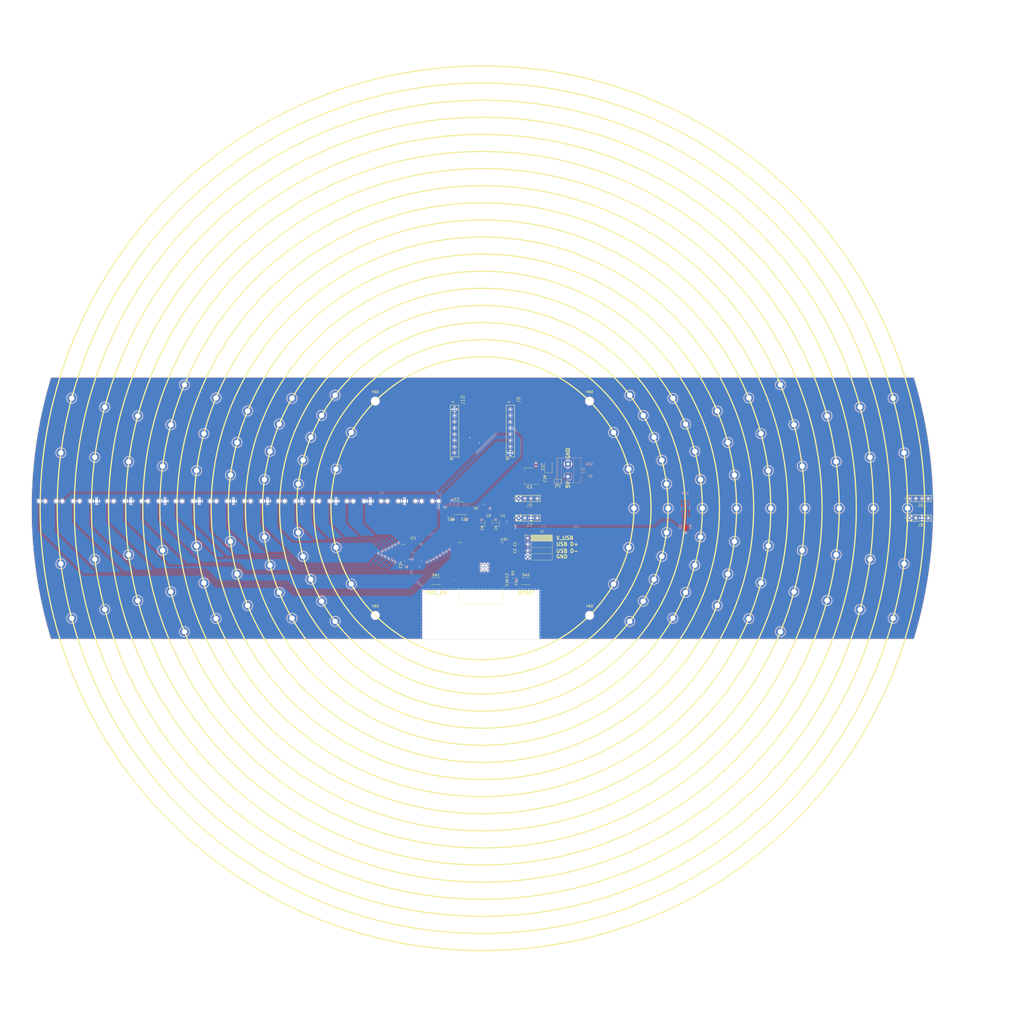
<source format=kicad_pcb>
(kicad_pcb (version 20221018) (generator pcbnew)
  (title_block (comment 4 "AISLER Project ID: NTOACMDE"))
  (layers (0 "F.Cu" signal) (1 "In1.Cu" power) (2 "In2.Cu" power) (31 "B.Cu" signal) (34 "B.Paste" user) (35 "F.Paste" user) (36 "B.SilkS" user "B.Silkscreen") (37 "F.SilkS" user "F.Silkscreen") (38 "B.Mask" user) (39 "F.Mask" user) (44 "Edge.Cuts" user))
  (net 0 "")
  (net 1 "Net-(U34-IO0)")
  (net 2 "Net-(U35-A)")
  (net 3 "/CLK unbuffered")
  (net 4 "/MISO unbuffered")
  (net 5 "/MOSI unbuffered")
  (net 6 "/CS0")
  (net 7 "/CS1 unbuffered")
  (net 9 "/LED_CLK")
  (net 10 "/LED_DATA")
  (net 21 "/GND")
  (net 22 "/3.3V")
  (net 23 "/SS12")
  (net 24 "/SS11")
  (net 25 "/SS10")
  (net 26 "/SS9")
  (net 27 "/SS8")
  (net 28 "/SS7")
  (net 29 "/SS6")
  (net 30 "/SS5")
  (net 31 "/SS4")
  (net 32 "/SS3")
  (net 33 "/SS2")
  (net 34 "/SS1")
  (net 35 "/MOSI")
  (net 36 "/CLK")
  (net 37 "/SS17")
  (net 38 "/SS18")
  (net 39 "/SS19")
  (net 40 "/SS20")
  (net 41 "/SS21")
  (net 42 "/SS22")
  (net 43 "/SS23")
  (net 44 "/SS24")
  (net 45 "/SS25")
  (net 46 "/SS26")
  (net 47 "/SS27")
  (net 48 "/SS28")
  (net 49 "/SS29")
  (net 50 "/SS30")
  (net 51 "/SS31")
  (net 52 "/SS32")
  (net 53 "/CS1")
  (net 54 "/SS16")
  (net 55 "/SS15")
  (net 56 "/SS14")
  (net 57 "/SS13")
  (net 58 "/MISO")
  (net 59 "/5V")
  (net 60 "/LDC_CLK")
  (net 61 "/LDC_INT")
  (net 62 "/LDC_CS")
  (net 63 "Net-(U34-EN)")
  (net 64 "/V_BUS")
  (net 71 "/USB_D-")
  (net 72 "/USB_D+")
  (net 84 "unconnected-(U34-IO46-Pad16)")
  (net 86 "unconnected-(U34-IO47-Pad24)")
  (net 88 "/QRE_OUT")
  (net 90 "/LED_CLK_unbuffered")
  (net 92 "/LED_DATA_unbuffered")
  (footprint "Own_Library:SAMTEC_SLW-104-01-G-S" (layer "F.Cu") (at 243.61 229 180)
    (fp_text reference "J7")
    (fp_text value "SLW-104-01-G-S")
  )
  (footprint "Own_Library:MountingHole_M2_own" (layer "F.Cu") (at 338.979248 255.540647)
    (fp_text reference "H1" hide)
    (fp_text value "MountingHole_Pad" hide)
  )
  (footprint "MountingHole:MountingHole_3.2mm_M3_DIN965" (layer "F.Cu") (at 268.84062 268.84062)
    (fp_text reference "H60")
    (fp_text value "MountingHole")
  )
  (footprint "Own_Library:MountingHole_M2_own" (layer "F.Cu") (at 314.230038 236.747357)
    (fp_text reference "H1" hide)
    (fp_text value "MountingHole_Pad" hide)
  )
  (footprint "Own_Library:MountingHole_M2_own" (layer "F.Cu") (at 97.497791 190.835886)
    (fp_text reference "H1" hide)
    (fp_text value "MountingHole_Pad" hide)
  )
  (footprint "Own_Library:MountingHole_M2_own" (layer "F.Cu") (at 328.110266 211.425276)
    (fp_text reference "H1" hide)
    (fp_text value "MountingHole_Pad" hide)
  )
  (footprint "Own_Library:MountingHole_M2_own" (layer "F.Cu") (at 56.928906 179.965486)
    (fp_text reference "H1" hide)
    (fp_text value "MountingHole_Pad" hide)
  )
  (footprint "Own_Library:MountingHole_M2_own" (layer "F.Cu") (at 80.24905 244.056824)
    (fp_text reference "H1" hide)
    (fp_text value "MountingHole_Pad" hide)
  )
  (footprint "Own_Library:ESP32-S3-WROOM-1-N16R2" (layer "F.Cu") (at 224.313 251.61 180)
    (fp_text reference "U34")
    (fp_text value "ESP32-S3-WROOM-1-n16r8")
  )
  (footprint "Own_Library:MountingHole_M2_own" (layer "F.Cu") (at 147.057714 180)
    (fp_text reference "H1" hide)
    (fp_text value "MountingHole_Pad" hide)
  )
  (footprint "Own_Library:MountingHole_M2_own" (layer "F.Cu") (at 346.952098 275.514213)
    (fp_text reference "H1" hide)
    (fp_text value "MountingHole_Pad" hide)
  )
  (footprint "Capacitor_SMD:C_0402_1005Metric" (layer "F.Cu") (at 237.573 255.6121 -90)
    (fp_text reference "C1")
    (fp_text value "22µ")
  )
  (footprint "Own_Library:mill_max - 0670 RECEPTACLE WITH NO TAIL" (layer "F.Cu") (at 158.1 222.061 90)
    (fp_text reference "H45" hide)
    (fp_text value "MountingHole_Pad" hide)
  )
  (footprint "Own_Library:mill_max - 0670 RECEPTACLE WITH NO TAIL" (layer "F.Cu") (at 81.1 222.061 90)
    (fp_text reference "H23" hide)
    (fp_text value "MountingHole_Pad" hide)
  )
  (footprint "MountingHole:MountingHole_3.2mm_M3_DIN965" (layer "F.Cu") (at 268.84062 181.15938)
    (fp_text reference "H60")
    (fp_text value "MountingHole")
  )
  (footprint "Own_Library:MountingHole_M2_own" (layer "F.Cu") (at 124.543714 198.082819)
    (fp_text reference "H1" hide)
    (fp_text value "MountingHole_Pad" hide)
  )
  (footprint "Own_Library:MountingHole_M2_own" (layer "F.Cu") (at 397.511406 247.711557)
    (fp_text reference "H1" hide)
    (fp_text value "MountingHole_Pad" hide)
  )
  (footprint "Own_Library:MountingHole_M2_own" (layer "F.Cu") (at 128.916529 264.799077)
    (fp_text reference "H1" hide)
    (fp_text value "MountingHole_Pad" hide)
  )
  (footprint "Own_Library:MountingHole_M2_own" (layer "F.Cu") (at 171.306425 256)
    (fp_text reference "H1" hide)
    (fp_text value "MountingHole_Pad" hide)
  )
  (footprint "Own_Library:MountingHole_M2_own" (layer "F.Cu") (at 355.870722 242.229457)
    (fp_text reference "H1" hide)
    (fp_text value "MountingHole_Pad" hide)
  )
  (footprint "Own_Library:MountingHole_M2_own" (layer "F.Cu") (at 334.017785 179.843355)
    (fp_text reference "H1" hide)
    (fp_text value "MountingHole_Pad" hide)
  )
  (footprint "Own_Library:MountingHole_M2_own" (layer "F.Cu") (at 141.850842 190.558491)
    (fp_text reference "H1" hide)
    (fp_text value "MountingHole_Pad" hide)
  )
  (footprint "Own_Library:mill_max - 0670 RECEPTACLE WITH NO TAIL" (layer "F.Cu") (at 200.1 222.061 90)
    (fp_text reference "H57" hide)
    (fp_text value "MountingHole_Pad" hide)
  )
  (footprint "Own_Library:MountingHole_M2_own" (layer "F.Cu") (at 121.889734 238.574724)
    (fp_text reference "H1" hide)
    (fp_text value "MountingHole_Pad" hide)
  )
  (footprint "MountingHole:MountingHole_3.2mm_M3_DIN965" (layer "F.Cu") (at 181.15938 268.84062)
    (fp_text reference "H60")
    (fp_text value "MountingHole")
  )
  (footprint "Own_Library:MountingHole_M2_own" (layer "F.Cu") (at 154.785156 195.916059)
    (fp_text reference "H1" hide)
    (fp_text value "MountingHole_Pad" hide)
  )
  (footprint "Own_Library:mill_max - 0670 RECEPTACLE WITH NO TAIL" (layer "F.Cu") (at 64.56 222.061 90)
    (fp_text reference "H18" hide)
    (fp_text value "MountingHole_Pad" hide)
  )
  (footprint "Own_Library:MountingHole_M2_own" (layer "F.Cu") (at 66.368822 204.115809)
    (fp_text reference "H1" hide)
    (fp_text value "MountingHole_Pad" hide)
  )
  (footprint "Own_Library:MountingHole_M2_own" (layer "F.Cu") (at 385 225)
    (fp_text reference "H1" hide)
    (fp_text value "MountingHole_Pad" hide)
  )
  (footprint "Own_Library:MountingHole_M2_own" (layer "F.Cu") (at 159.182069 187)
    (fp_text reference "H1" hide)
    (fp_text value "MountingHole_Pad" hide)
  )
  (footprint "Own_Library:MountingHole_M2_own" (layer "F.Cu") (at 302.942286 270)
    (fp_text reference "H1" hide)
    (fp_text value "MountingHole_Pad" hide)
  )
  (footprint "Own_Library:SAMTEC_SLW-104-01-G-S" (layer "F.Cu") (at 403.63 229 180)
    (fp_text reference "J8")
    (fp_text value "SLW-104-01-G-S")
  )
  (footprint "Own_Library:mill_max - 0670 RECEPTACLE WITH NO TAIL" (layer "F.Cu") (at 127.56 222.061 90)
    (fp_text reference "H36" hide)
    (fp_text value "MountingHole_Pad" hide)
  )
  (footprint "Own_Library:MountingHole_M2_own" (layer "F.Cu") (at 284.887401 208.953219)
    (fp_text reference "H1" hide)
    (fp_text value "MountingHole_Pad" hide)
  )
  (footprint "Package_TO_SOT_SMD:SOT-223" (layer "F.Cu") (at 244.118 211.855 180)
    (fp_text reference "IC3")
    (fp_text value "LM3940IMP-3.3_NOPB")
  )
  (footprint "Own_Library:MountingHole_M2_own" (layer "F.Cu") (at 128.916529 185.200923)
    (fp_text reference "H1" hide)
    (fp_text value "MountingHole_Pad" hide)
  )
  (footprint "Own_Library:MountingHole_M2_own" (layer "F.Cu") (at 366.025171 187.212419)
    (fp_text reference "H1" hide)
    (fp_text value "MountingHole_Pad" hide)
  )
  (footprint "Own_Library:mill_max - 0670 RECEPTACLE WITH NO TAIL" (layer "F.Cu") (at 53.1 222.061 90)
    (fp_text reference "H15" hide)
    (fp_text value "MountingHole_Pad" hide)
  )
  (footprint "Own_Library:MountingHole_M2_own" (layer "F.Cu") (at 357 225)
    (fp_text reference "H1" hide)
    (fp_text value "MountingHole_Pad" hide)
  )
  (footprint "Capacitor_SMD:C_0402_1005Metric" (layer "F.Cu") (at 224.746 231.096 90)
    (fp_text reference "C6")
    (fp_text value "0.1µ")
  )
  (footprint "Own_Library:MountingHole_M2_own" (layer "F.Cu") (at 154.785156 254.083941)
    (fp_text reference "H1" hide)
    (fp_text value "MountingHole_Pad" hide)
  )
  (footprint "Package_SO:TSSOP-14_4.4x5mm_P0.65mm" (layer "F.Cu") (at 215.392 224.952 180)
    (fp_text reference "IC2")
    (fp_text value "TXU0304PWR")
  )
  (footprint "Own_Library:mill_max - 0670 RECEPTACLE WITH NO TAIL" (layer "F.Cu") (at 74.1 222.061 90)
    (fp_text reference "H21" hide)
    (fp_text value "MountingHole_Pad" hide)
  )
  (footprint "Own_Library:mill_max - 0670 RECEPTACLE WITH NO TAIL" (layer "F.Cu") (at 99.56 222.061 90)
    (fp_text reference "H28" hide)
    (fp_text value "MountingHole_Pad" hide)
  )
  (footprint "Button_Switch_SMD:SW_SPST_B3U-1000P" (layer "F.Cu") (at 242.78 254.845 180)
    (fp_text reference "SW2")
    (fp_text value "SW_Reset")
  )
  (footprint "Own_Library:MountingHole_M2_own" (layer "F.Cu") (at 83.974829 187.212419)
    (fp_text reference "H1" hide)
    (fp_text value "MountingHole_Pad" hide)
  )
  (footprint "Own_Library:MountingHole_M2_own" (layer "F.Cu") (at 383.631178 245.884191)
    (fp_text reference "H1" hide)
    (fp_text value "MountingHole_Pad" hide)
  )
  (footprint "Own_Library:mill_max - 0670 RECEPTACLE WITH NO TAIL" (layer "F.Cu") (at 190.56 222.061 90)
    (fp_text reference "H54" hide)
    (fp_text value "MountingHole_Pad" hide)
  )
  (footprint "Own_Library:MountingHole_M2_own" (layer "F.Cu") (at 371 225)
    (fp_text reference "H1" hide)
    (fp_text value "MountingHole_Pad" hide)
  )
  (footprint "Own_Library:mill_max - 0670 RECEPTACLE WITH NO TAIL" (layer "F.Cu") (at 43.56 222.061 90)
    (fp_text reference "H12" hide)
    (fp_text value "MountingHole_Pad" hide)
  )
  (footprint "Package_TO_SOT_SMD:SOT-23-5" (layer "F.Cu") (at 233.382 230.842 90)
    (fp_text reference "U1")
    (fp_text value "SN74LV1T34DBV")
  )
  (footprint "Own_Library:MountingHole_M2_own" (layer "F.Cu") (at 393.071094 270.034514)
    (fp_text reference "H1" hide)
    (fp_text value "MountingHole_Pad" hide)
  )
  (footprint "Own_Library:mill_max - 0670 RECEPTACLE WITH NO TAIL" (layer "F.Cu") (at 162.56 222.061 90)
    (fp_text reference "H46" hide)
    (fp_text value "MountingHole_Pad" hide)
  )
  (footprint "Own_Library:mill_max - 0670 RECEPTACLE WITH NO TAIL" (layer "F.Cu") (at 57.56 222.061 90)
    (fp_text reference "H16" hide)
    (fp_text value "MountingHole_Pad" hide)
  )
  (footprint "Own_Library:MountingHole_M2_own" (layer "F.Cu") (at 165.112599 208.953219)
    (fp_text reference "H1" hide)
    (fp_text value "MountingHole_Pad" hide)
  )
  (footprint "Own_Library:mill_max - 0670 RECEPTACLE WITH NO TAIL" (layer "F.Cu") (at 50.56 222.061 90)
    (fp_text reference "H14" hide)
    (fp_text value "MountingHole_Pad" hide)
  )
  (footprint "Own_Library:MountingHole_M2_own" (layer "F.Cu") (at 328.110266 238.574724)
    (fp_text reference "H1" hide)
    (fp_text value "MountingHole_Pad" hide)
  )
  (footprint "Capacitor_SMD:C_0402_1005Metric" (layer "F.Cu") (at 236.176 252.5641 90)
    (fp_text reference "C2")
    (fp_text value "1µ")
  )
  (footprint "Jumper:SolderJumper-2_P1.3mm_Open_Pad1.0x1.5mm" (layer "F.Cu") (at 255.802 214.141 180)
    (fp_text reference "JP1")
    (fp_text value "SolderJumper_2_Bridged")
  )
  (footprint "Own_Library:mill_max - 0670 RECEPTACLE WITH NO TAIL" (layer "F.Cu") (at 92.56 222.061 90)
    (fp_text reference "H26" hide)
    (fp_text value "MountingHole_Pad" hide)
  )
  (footprint "Own_Library:MountingHole_M2_own" (layer "F.Cu") (at 352.502209 259.164114)
    (fp_text reference "H1" hide)
    (fp_text value "MountingHole_Pad" hide)
  )
  (footprint "Own_Library:mill_max - 0670 RECEPTACLE WITH NO TAIL" (layer "F.Cu") (at 78.56 222.061 90)
    (fp_text reference "H22" hide)
    (fp_text value "MountingHole_Pad" hide)
  )
  (footprint "Own_Library:mill_max - 0670 RECEPTACLE WITH NO TAIL" (layer "F.Cu") (at 151.1 222.061 90)
    (fp_text reference "H43" hide)
    (fp_text value "MountingHole_Pad" hide)
  )
  (footprint "Own_Library:MountingHole_M2_own" (layer "F.Cu") (at 300.349809 215.080009)
    (fp_text reference "H1" hide)
    (fp_text value "MountingHole_Pad" hide)
  )
  (footprint "Own_Library:MountingHole_M2_own" (layer "F.Cu") (at 124.543714 251.917181)
    (fp_text reference "H1" hide)
    (fp_text value "MountingHole_Pad" hide)
  )
  (footprint "Own_Library:MountingHole_M2_own" (layer "F.Cu") (at 121.889734 211.425276)
    (fp_text reference "H1" hide)
    (fp_text value "MountingHole_Pad" hide)
  )
  (footprint "Own_Library:MountingHole_M2_own" (layer "F.Cu") (at 103.047902 174.485787)
    (fp_text reference "H1" hide)
    (fp_text value "MountingHole_Pad" hide)
  )
  (footprint "Own_Library:MountingHole_M2_own" (layer "F.Cu") (at 115.982215 270.156645)
    (fp_text reference "H1" hide)
    (fp_text value "MountingHole_Pad" hide)
  )
  (footprint "Capacitor_Tantalum_SMD:CP_EIA-3528-15_AVX-H" (layer "F.Cu") (at 251.992 208.045 90)
    (fp_text reference "C37")
    (fp_text value "33µF")
  )
  (footprint "Own_Library:SAMTEC-SLW-108-01-X-S" (layer "F.Cu") (at 213.57 193.411 -90)
    (fp_text reference "J10")
    (fp_text value "SAMTEC-SLW-108-01-X-S")
  )
  (footprint "Own_Library:MountingHole_M2_own" (layer "F.Cu") (at 301 225)
    (fp_text reference "H1" hide)
    (fp_text value "MountingHole_Pad" hide)
  )
  (footprint "Own_Library:MountingHole_M2_own" (layer "F.Cu") (at 399 225)
    (fp_text reference "H1" hide)
    (fp_text value "MountingHole_Pad" hide)
  )
  (footprint "Own_Library:MountingHole_M2_own" (layer "F.Cu") (at 308.149158 259.441509)
    (fp_text reference "H1" hide)
    (fp_text value "MountingHole_Pad" hide)
  )
  (footprint "Own_Library:MountingHole_M2_own" (layer "F.Cu") (at 159.182069 263)
    (fp_text reference "H1" hide)
    (fp_text value "MountingHole_Pad" hide)
  )
  (footprint "Own_Library:mill_max - 0670 RECEPTACLE WITH NO TAIL" (layer "F.Cu") (at 120.56 222.061 90)
    (fp_text reference "H34" hide)
    (fp_text value "MountingHole_Pad" hide)
  )
  (footprint "Own_Library:MountingHole_M2_own" (layer "F.Cu") (at 366.025171 262.787581)
    (fp_text reference "H1" hide)
    (fp_text value "MountingHole_Pad" hide)
  )
  (footprint "Own_Library:mill_max - 0670 RECEPTACLE WITH NO TAIL" (layer "F.Cu") (at 169.56 222.061 90)
    (fp_text reference "H48" hide)
    (fp_text value "MountingHole_Pad" hide)
  )
  (footprint "Own_Library:mill_max - 0670 RECEPTACLE WITH NO TAIL" (layer "F.Cu") (at 109.1 222.061 90)
    (fp_text reference "H31" hide)
    (fp_text value "MountingHole_Pad" hide)
  )
  (footprint "Own_Library:MountingHole_M2_own" (layer "F.Cu") (at 295.214844 254.083941)
    (fp_text reference "H1" hide)
    (fp_text value "MountingHole_Pad" hide)
  )
  (footprint "Own_Library:MountingHole_M2_own" (layer "F.Cu") (at 369.75095 244.056824)
    (fp_text reference "H1" hide)
    (fp_text value "MountingHole_Pad" hide)
  )
  (footprint "Own_Library:MountingHole_M2_own" (layer "F.Cu") (at 149.650191 215.080009)
    (fp_text reference "H1" hide)
    (fp_text value "MountingHole_Pad" hide)
  )
  (footprint "Own_Library:MountingHole_M2_own" (layer "F.Cu") (at 284.887401 241.046781)
    (fp_text reference "H1" hide)
    (fp_text value "MountingHole_Pad" hide)
  )
  (footprint "Own_Library:mill_max - 0670 RECEPTACLE WITH NO TAIL" (layer "F.Cu") (at 130.1 222.061 90)
    (fp_text reference "H37" hide)
    (fp_text value "MountingHole_Pad" hide)
  )
  (footprint "Own_Library:MountingHole_M2_own" (layer "F.Cu") (at 138.066676 248.293714)
    (fp_text reference "H1" hide)
    (fp_text value "MountingHole_Pad" hide)
  )
  (footprint "Own_Library:MountingHole_M2_own" (layer "F.Cu") (at 298.410363 244.670247)
    (fp_text reference "H1" hide)
    (fp_text value "MountingHole_Pad" hide)
  )
  (footprint "Own_Library:mill_max - 0670 RECEPTACLE WITH NO TAIL" (layer "F.Cu") (at 165.1 222.061 90)
    (fp_text reference "H47" hide)
    (fp_text value "MountingHole_Pad" hide)
  )
  (footprint "Own_Library:MountingHole_M2_own" (layer "F.Cu") (at 311.933324 248.293714)
    (fp_text reference "H1" hide)
    (fp_text value "MountingHole_Pad" hide)
  )
  (footprint "Own_Library:MountingHole_M2_own" (layer "F.Cu") (at 165.112599 241.046781)
    (fp_text reference "H1" hide)
    (fp_text value "MountingHole_Pad" hide)
  )
  (footprint "Own_Library:MountingHole_M2_own" (layer "F.Cu") (at 115.982215 179.843355)
    (fp_text reference "H1" hide)
    (fp_text value "MountingHole_Pad" hide)
  )
  (footprint "Own_Library:MountingHole_M2_own" (layer "F.Cu") (at 141.850842 259.441509)
    (fp_text reference "H1" hide)
    (fp_text value "MountingHole_Pad" hide)
  )
  (footprint "Own_Library:MountingHole_M2_own" (layer "F.Cu") (at 97.497791 259.164114)
    (fp_text reference "H1" hide)
    (fp_text value "MountingHole_Pad" hide)
  )
  (footprint "Own_Library:MountingHole_M2_own" (layer "F.Cu") (at 52.488594 202.288443)
    (fp_text reference "H1" hide)
    (fp_text value "MountingHole_Pad" hide)
  )
  (footprint "Own_Library:MountingHole_M2_own" (layer "F.Cu") (at 314.230038 213.252643)
    (fp_text reference "H1" hide)
    (fp_text value "MountingHole_Pad" hide)
  )
  (footprint "Own_Library:SAMTEC-SLW-108-01-X-S" (layer "F.Cu") (at 236.43 193.411 -90)
    (fp_text reference "J9")
    (fp_text value "SAMTEC-SLW-108-01-X-S")
  )
  (footprint "Own_Library:MountingHole_M2_own" (layer "F.Cu") (at 341.990494 209.597909)
    (fp_text reference "H1" hide)
    (fp_text value "MountingHole_Pad" hide)
  )
  (footprint "Own_Library:mill_max - 0670 RECEPTACLE WITH NO TAIL" (layer "F.Cu") (at 116.1 222.061 90)
    (fp_text reference "H33" hide)
    (fp_text value "MountingHole_Pad" hide)
  )
  (footprint "Resistor_SMD:R_0402_1005Metric" (layer "F.Cu") (at 237.573 253.64545 90)
    (fp_text reference "R3")
    (fp_text value "10k")
  )
  (footprint "Own_Library:mill_max - 0670 RECEPTACLE WITH NO TAIL" (layer "F.Cu") (at 155.56 222.061 90)
    (fp_text reference "H44" hide)
    (fp_text value "MountingHole_Pad" hide)
  )
  (footprint "Own_Library:MountingHole_M2_own" (layer "F.Cu") (at 52.488594 247.711557)
    (fp_text reference "H1" hide)
    (fp_text value "MountingHole_Pad" hide)
  )
  (footprint "Own_Library:MountingHole_M2_own" (layer "F.Cu") (at 70.451868 266.411047)
    (fp_text reference "H1" hide)
    (fp_text value "MountingHole_Pad" hide)
  )
  (footprint "Capacitor_SMD:C_0402_1005Metric" (layer "F.Cu") (at 239.605 239.6656 90)
    (fp_text reference "C4")
    (fp_text value "22pF")
  )
  (footprint "Own_Library:mill_max - 0670 RECEPTACLE WITH NO TAIL" (layer "F.Cu") (at 172.1 222.061 90)
    (fp_text reference "H49" hide)
    (fp_text value "MountingHole_Pad" hide)
  )
  (footprint "Own_Library:mill_max - 0670 RECEPTACLE WITH NO TAIL" (layer "F.Cu") (at 71.56 222.061 90)
    (fp_text reference "H20" hide)
    (fp_text value "MountingHole_Pad" hide)
  )
  (footprint "Own_Library:mill_max - 0670 RECEPTACLE WITH NO TAIL" (layer "F.Cu") (at 204.56 222.061 90)
    (fp_text reference "H58" hide)
    (fp_text value "MountingHole_Pad" hide)
  )
  (footprint "Own_Library:MountingHole_M2_own" (layer "F.Cu") (at 285.294854 271.265869)
    (fp_text reference "H1" hide)
    (fp_text value "MountingHole_Pad" hide)
  )
  (footprint "Own_Library:MountingHole_M2_own" (layer "F.Cu") (at 164.705146 271.265869)
    (fp_text reference "H1" hide)
    (fp_text value "MountingHole_Pad" hide)
  )
  (footprint "Own_Library:MountingHole_M2_own" (layer "F.Cu") (at 308.149158 190.558491)
    (fp_text reference "H1" hide)
    (fp_text value "MountingHole_Pad" hide)
  )
  (footprint "Own_Library:MountingHole_M2_own" (layer "F.Cu") (at 80.24905 205.943176)
    (fp_text reference "H1" hide)
    (fp_text value "MountingHole_Pad" hide)
  )
  (footprint "Own_Library:MountingHole_M2_own" (layer "F.Cu") (at 135.769962 236.747357)
    (fp_text reference "H1" hide)
    (fp_text value "MountingHole_Pad" hide)
  )
  (footprint "Own_Library:MountingHole_M2_own" (layer "F.Cu") (at 108.009506 209.597909)
    (fp_text reference "H1" hide)
    (fp_text value "MountingHole_Pad" hide)
  )
  (footprint "Capacitor_SMD:C_0402_1005Metric" (layer "F.Cu") (at 217.8372 228.3528 180)
    (fp_text reference "C12")
    (fp_text value "0.1µ")
  )
  (footprint "Own_Library:MountingHole_M2_own" (layer "F.Cu") (at 341.990494 240.402091)
    (fp_text reference "H1" hide)
    (fp_text value "MountingHole_Pad" hide)
  )
  (footprint "Own_Library:MountingHole_M2_own" (layer "F.Cu") (at 379.548132 183.588953)
    (fp_text reference "H1" hide)
    (fp_text value "MountingHole_Pad" hide)
  )
  (footprint "Own_Library:MountingHole_M2_own" (layer "F.Cu") (at 321.083471 264.799077)
    (fp_text reference "H1" hide)
    (fp_text value "MountingHole_Pad" hide)
  )
  (footprint "Capacitor_SMD:C_0603_1608Metric" (layer "F.Cu") (at 251.992 212.871 90)
    (fp_text reference "C38")
    (fp_text value "0.47µF")
  )
  (footprint "Capacitor_SMD:C_0402_1005Metric" (layer "F.Cu") (at 239.5954 242.3808 -90)
    (fp_text reference "C3")
    (fp_text value "22pF")
  )
  (footprint "Own_Library:MountingHole_M2_own" (layer "F.Cu") (at 83.974829 262.787581)
    (fp_text reference "H1" hide)
    (fp_text value "MountingHole_Pad" hide)
  )
  (footprint "Own_Library:mill_max - 0670 RECEPTACLE WITH NO TAIL" (layer "F.Cu") (at 88.1 222.061 90)
    (fp_text reference "H25" hide)
    (fp_text value "MountingHole_Pad" hide)
  )
  (footprint "Own_Library:MountingHole_M2_own" (layer "F.Cu") (at 111.020752 255.540647)
    (fp_text reference "H1" hide)
    (fp_text value "MountingHole_Pad" hide)
  )
  (footprint "Own_Library:MountingHole_M2_own" (layer "F.Cu") (at 290.817931 263)
    (fp_text reference "H1" hide)
    (fp_text value "MountingHole_Pad" hide)
  )
  (footprint "Connector_PinSocket_2.54mm:PinSocket_1x04_P2.54mm_Horizontal" (layer "F.Cu") (at 253.688 237.215)
    (fp_text reference "J1")
    (fp_text value "0022232041")
  )
  (footprint "Own_Library:MountingHole_M2_own" (layer "F.Cu") (at 138.066676 201.706286)
    (fp_text reference "H1" hide)
    (fp_text value "MountingHole_Pad" hide)
  )
  (footprint "Own_Library:mill_max - 0670 RECEPTACLE WITH NO TAIL" (layer "F.Cu") (at 85.56 222.061 90)
    (fp_text reference "H24" hide)
    (fp_text value "MountingHole_Pad" hide)
  )
  (footprint "Own_Library:mill_max - 0670 RECEPTACLE WITH NO TAIL" (layer "F.Cu") (at 141.56 222.061 90)
    (fp_text reference "H40" hide)
    (fp_text value "MountingHole_Pad" hide)
  )
  (footprint "Own_Library:MountingHole_M2_own" (layer "F.Cu") (at 149.650191 234.919991)
    (fp_text reference "H1" hide)
    (fp_text value "MountingHole_Pad" hide)
  )
  (footprint "Own_Library:MountingHole_M2_own" (layer "F.Cu") (at 151.589637 244.670247)
    (fp_text reference "H1" hide)
    (fp_text value "MountingHole_Pad" hide)
  )
  (footprint "LED_SMD:LED-APA102-2020" (layer "F.Cu") (at 225 225 -90)
    (fp_text reference "D1")
    (fp_text value "APA102-2020")
  )
  (footprint "Own_Library:MountingHole_M2_own" (layer "F.Cu") (at 56.928906 270.034514)
    (fp_text reference "H1" hide)
    (fp_text value "MountingHole_Pad" hide)
  )
  (footprint "Own_Library:mill_max - 0670 RECEPTACLE WITH NO TAIL" (layer "F.Cu") (at 176.56 222.061 90)
    (fp_text reference "H50" hide)
    (fp_text value "MountingHole_Pad" hide)
  )
  (footprint "Own_Library:MountingHole_M2_own" (layer "F.Cu") (at 315 225)
    (fp_text reference "H1" hide)
    (fp_text value "MountingHole_Pad" hide)
  )
  (footprint "Own_Library:MountingHole_M2_own" (layer "F.Cu") (at 94.129278 242.229457)
    (fp_text reference "H1" hide)
    (fp_text value "MountingHole_Pad" hide)
  )
  (footprint "Own_Library:MountingHole_M2_own" (layer "F.Cu") (at 325.456286 198.082819)
    (fp_text reference "H1" hide)
    (fp_text value "MountingHole_Pad" hide)
  )
  (footprint "Own_Library:mill_max - 0670 RECEPTACLE WITH NO TAIL" (layer "F.Cu") (at 123.1 222.061 90)
    (fp_text reference "H35" hide)
    (fp_text value "MountingHole_Pad" hide)
  )
  (footprint "Own_Library:MountingHole_M2_own" (layer "F.Cu") (at 355.870722 207.770543)
    (fp_text reference "H1" hide)
    (fp_text value "MountingHole_Pad" hide)
  )
  (footprint "Capacitor_SMD:C_0402_1005Metric" (layer "F.Cu") (at 230.461 231.082 90)
    (fp_text reference "C5")
    (fp_text value "0.1µ")
  )
  (footprint "Capacitor_SMD:C_0402_1005Metric" (layer "F.Cu") (at 236.371 255.6121 -90)
    (fp_text reference "C36")
    (fp_text value "0.1µ")
  )
  (footprint "Own_Library:mill_max - 0670 RECEPTACLE WITH NO TAIL" (layer "F.Cu") (at 144.1 222.061 90)
    (fp_text reference "H41" hide)
    (fp_text value "MountingHole_Pad" hide)
  )
  (footprint "Own_Library:MountingHole_M2_own" (layer "F.Cu") (at 278.693575 194)
    (fp_text reference "H1" hide)
    (fp_text value "MountingHole_Pad" hide)
  )
  (footprint "Own_Library:MountingHole_M2_own" (layer "F.Cu") (at 290.817931 187)
    (fp_text reference "H1" hide)
    (fp_text value "MountingHole_Pad" hide)
  )
  (footprint "Own_Library:MountingHole_M2_own" (layer "F.Cu") (at 346.952098 174.485787)
    (fp_text reference "H1" hide)
    (fp_text value "MountingHole_Pad" hide)
  )
  (footprint "Own_Library:mill_max - 0670 RECEPTACLE WITH NO TAIL" (layer "F.Cu") (at 102.1 222.061 90)
    (fp_text reference "H29" hide)
    (fp_text value "MountingHole_Pad" hide)
  )
  (footprint "Own_Library:mill_max - 0670 RECEPTACLE WITH NO TAIL" (layer "F.Cu") (at 46.1 222.061 90)
    (fp_text reference "H13" hide)
    (fp_text value "MountingHole_Pad" hide)
  )
  (footprint "Own_Library:MountingHole_M2_own" (layer "F.Cu") (at 383.631178 204.115809)
    (fp_text reference "H1" hide)
    (fp_text value "MountingHole_Pad" hide)
  )
  (footprint "Capacitor_SMD:C_0402_1005Metric" (layer "F.Cu") (at 192.683 248.141 90)
    (fp_text reference "C34")
    (fp_text value "0.1µ")
  )
  (footprint "Own_Library:MountingHole_M2_own" (layer "F.Cu") (at 66.368822 245.884191)
    (fp_text reference "H1" hide)
    (fp_text value "MountingHole_Pad" hide)
  )
  (footprint "Own_Library:mill_max - 0670 RECEPTACLE WITH NO TAIL" (layer "F.Cu") (at 134.56 222.061 90)
    (fp_text reference "H38" hide)
    (fp_text value "MountingHole_Pad" hide)
  )
  (footprint "Own_Library:MountingHole_M2_own" (layer "F.Cu") (at 300.349809 234.919991)
    (fp_text reference "H1" hide)
    (fp_text value "MountingHole_Pad" hide)
  )
  (footprint "Capacitor_SMD:C_0402_1005Metric" (layer "F.Cu") (at 212.239 228.356 180)
    (fp_text reference "C35")
    (fp_text value "0.1µ")
  )
  (footprint "Own_Library:MountingHole_M2_own" (layer "F.Cu") (at 111.020752 194.459353)
    (fp_text reference "H1" hide)
    (fp_text value "MountingHole_Pad" hide)
  )
  (footprint "Own_Library:mill_max - 0670 RECEPTACLE WITH NO TAIL" (layer "F.Cu") (at 186.1 222.061 90)
    (fp_text reference "H53" hide)
    (fp_text value "MountingHole_Pad" hide)
  )
  (footprint "Own_Library:SAMTEC_SLW-104-01-G-S" (layer "F.Cu") (at 403.63 221 180)
    (fp_text reference "J6")
    (fp_text value "SLW-104-01-G-S")
  )
  (footprint "Own_Library:MountingHole_M2_own" (layer "F.Cu") (at 369.75095 205.943176)
    (fp_text reference "H1" hide)
    (fp_text value "MountingHole_Pad" hide)
  )
  (footprint "Own_Library:MountingHole_M2_own" (layer "F.Cu") (at 164.705146 178.734131)
    (fp_text reference "H1" hide)
    (fp_text value "MountingHole_Pad" hide)
  )
  (footprint "Own_Library:MountingHole_M2_own" (layer "F.Cu") (at 393.071094 179.965486)
    (fp_text reference "H1" hide)
    (fp_text value "MountingHole_Pad" hide)
  )
  (footprint "Own_Library:mill_max - 0670 RECEPTACLE WITH NO TAIL" (layer "F.Cu") (at 193.1 222.061 90)
    (fp_text reference "H55" hide)
    (fp_text value "MountingHole_Pad" hide)
  )
  (footprint "Own_Library:MountingHole_M2_own" (layer "F.Cu") (at 397.511406 202.288443)
    (fp_text reference "H1" hide)
    (fp_text value "MountingHole_Pad" hide)
  )
  (footprint "Own_Library:mill_max - 0670 RECEPTACLE WITH NO TAIL" (layer "F.Cu") (at 207.1 222.061 90)
    (fp_text reference "H59" hide)
    (fp_text value "MountingHole_Pad" hide)
  )
  (footprint "Button_Switch_SMD:SW_SPST_B3U-1000P" (layer "F.Cu") (at 205.95 254.845)
    (fp_text reference "SW1")
    (fp_text value "SW_Boot")
  )
  (footprint "Own_Library:MountingHole_M2_own" (layer "F.Cu") (at 171.306425 194)
    (fp_text reference "H1" hide)
    (fp_text value "MountingHole_Pad" hide)
  )
  (footprint "Own_Library:MountingHole_M2_own" (layer "F.Cu") (at 147.057714 270)
    (fp_text reference "H1" hide)
    (fp_text value "MountingHole_Pad" hide)
  )
  (footprint "Package_TO_SOT_SMD:SOT-23-5" (layer "F.Cu") (at 227.54 230.842 90)
    (fp_text reference "U2")
    (fp_text value "SN74LV1T34DBV")
  )
  (footprint "MountingHole:MountingHole_3.2mm_M3_DIN965" (layer "F.Cu") (at 181.15938 181.15938)
    (fp_text reference "H60")
    (fp_text value "MountingHole")
  )
  (footprint "Own_Library:MountingHole_M2_own" (layer "F.Cu") (at 295.214844 195.916059)
    (fp_text reference "H1" hide)
    (fp_text value "MountingHole_Pad" hide)
  )
  (footprint "Own_Library:MountingHole_M2_own" (layer "F.Cu") (at 302.942286 180)
    (fp_text reference "H1" hide)
    (fp_text value "MountingHole_Pad" hide)
  )
  (footprint "Own_Library:mill_max - 0670 RECEPTACLE WITH NO TAIL" (layer "F.Cu") (at 67.1 222.061 90)
    (fp_text reference "H19" hide)
    (fp_text value "MountingHole_Pad" hide)
  )
  (footprint "Own_Library:MountingHole_M2_own" (layer "F.Cu") (at 352.502209 190.835886)
    (fp_text reference "H1" hide)
    (fp_text value "MountingHole_Pad" hide)
  )
  (footprint "Own_Library:MountingHole_M2_own" (layer "F.Cu") (at 135.769962 213.252643)
    (fp_text reference "H1" hide)
    (fp_text value "MountingHole_Pad" hide)
  )
  (footprint "Own_Library:MountingHole_M2_own" (layer "F.Cu") (at 379.548132 266.411047)
    (fp_text reference "H1" hide)
    (fp_text value "MountingHole_Pad" hide)
  )
  (footprint "Own_Library:MountingHole_M2_own" (layer "F.Cu") (at 321.083471 185.200923)
    (fp_text reference "H1" hide)
    (fp_text value "MountingHole_Pad" hide)
  )
  (footprint "Own_Library:MountingHole_M2_own" (layer "F.Cu") (at 334.017785 270.156645)
    (fp_text reference "H1" hide)
    (fp_text value "MountingHole_Pad" hide)
  )
  (footprint "Own_Library:mill_max - 0670 RECEPTACLE WITH NO TAIL" (layer "F.Cu") (at 95.1 222.061 90)
    (fp_text reference "H27" hide)
    (fp_text value "MountingHole_Pad" hide)
  )
  (footprint "Own_Library:mill_max - 0670 RECEPTACLE WITH NO TAIL" (layer "F.Cu") (at 137.1 222.061 90)
    (fp_text reference "H39" hide)
    (fp_text value "MountingHole_Pad" hide)
  )
  (footprint "Own_Library:SAMTEC_SLW-104-01-G-S" (layer "F.Cu") (at 243.61 221 180)
    (fp_text reference "J5")
    (fp_text value "SLW-104-01-G-S")
  )
  (footprint "Own_Library:MountingHole_M2_own" (layer "F.Cu") (at 298.410363 205.329753)
    (fp_text reference "H1" hide)
    (fp_text value "MountingHole_Pad" hide)
  )
  (footprint "Own_Library:MountingHole_M2_own" (layer "F.Cu") (at 94.129278 207.770543)
    (fp_text reference "H1" hide)
    (fp_text value "MountingHole_Pad" hide)
  )
  (footprint "Own_Library:MountingHole_M2_own" (layer "F.Cu") (at 108.009506 240.402091)
    (fp_text reference "H1" hide)
    (fp_text value "MountingHole_Pad" hide)
  )
  (footprint "Own_Library:MountingHole_M2_own" (layer "F.Cu") (at 311.933324 201.706286)
    (fp_text reference "H1" hide)
    (fp_text value "MountingHole_Pad" hide)
  )
  (footprint "Own_Library:MountingHole_M2_own" (layer "F.Cu") (at 325.456286 251.917181)
    (fp_text reference "H1" hide)
    (fp_text value "MountingHole_Pad" hide)
  )
  (footprint "Own_Library:MountingHole_M2_own" (layer "F.Cu") (at 70.451868 183.588953)
    (fp_text reference "H1" hide)
    (fp_text value "MountingHole_Pad" hide)
  )
  (footprint "Own_Library:mill_max - 0670 RECEPTACLE WITH NO TAIL" (layer "F.Cu") (at 113.56 222.061 90)
    (fp_text reference "H32" hide)
    (fp_text value "MountingHole_Pad" hide)
  )
  (footprint "Own_Library:mill_max - 0670 RECEPTACLE WITH NO TAIL" (layer "F.Cu") (at 183.56 222.061 90)
    (fp_text reference "H52" hide)
    (fp_text value "MountingHole_Pad" hide)
  )
  (footprint "Own_Library:mill_max - 0670 RECEPTACLE WITH NO TAIL" (layer "F.Cu") (at 106.56 222.061 90)
    (fp_text reference "H30" hide)
    (fp_text value "MountingHole_Pad" hide)
  )
  (footprint "Own_Library:MountingHole_M2_own" (layer "F.Cu") (at 329 225)
    (fp_text reference "H1" hide)
    (fp_text value "MountingHole_Pad" hide)
  )
  (footprint "Own_Library:mill_max - 0670 RECEPTACLE WITH NO TAIL" (layer "F.Cu") (at 60.1 222.061 90)
    (fp_text reference "H17" hide)
    (fp_text value "MountingHole_Pad" hide)
  )
  (footprint "Own_Library:MountingHole_M2_own" (layer "F.Cu") (at 338.979248 194.459353)
    (fp_text reference "H1" hide)
    (fp_text value "MountingHole_Pad" hide)
  )
  (footprint "Own_Library:mill_max - 0670 RECEPTACLE WITH NO TAIL" (layer "F.Cu") (at 179.1 222.061 90)
    (fp_text reference "H51" hide)
    (fp_text value "MountingHole_Pad" hide)
  )
  (footprint "Own_Library:mill_max - 0670 RECEPTACLE WITH NO TAIL" (layer "F.Cu") (at 197.56 222.061 90)
    (fp_text reference "H56" hide)
    (fp_text value "MountingHole_Pad" hide)
  )
  (footprint "Own_Library:MountingHole_M2_own" (layer "F.Cu") (at 278.693575 256)
    (fp_text reference "H1" hide)
    (fp_text value "MountingHole_Pad" hide)
  )
  (footprint "Own_Library:MountingHole_M2_own" (layer "F.Cu") (at 103.047902 275.514213)
    (fp_text reference "H1" hide)
    (fp_text value "MountingHole_Pad" hide)
  )
  (footprint "Own_Library:MountingHole_M2_own" (layer "F.Cu") (at 287 225)
    (fp_text reference "H1" hide)
    (fp_text value "MountingHole_Pad" hide)
  )
  (footprint "Own_Library:MountingHole_M2_own" (layer "F.Cu") (at 151.589637 205.329753)
    (fp_text reference "H1" hide)
    (fp_text value "MountingHole_Pad" hide)
  )
  (footprint "Own_Library:MountingHole_M2_own" (layer "F.Cu") (at 285.294854 178.734131)
    (fp_text reference "H1" hide)
    (fp_text value "MountingHole_Pad" hide)
  )
  (footprint "Own_Library:MountingHole_M2_own" (layer "F.Cu") (at 343 225)
    (fp_text reference "H1" hide)
    (fp_text value "MountingHole_Pad" hide)
  )
  (footprint "Own_Library:mill_max - 0670 RECEPTACLE WITH NO TAIL" (layer "F.Cu") (at 148.56 222.061 90)
    (fp_text reference "H42" hide)
    (fp_text value "MountingHole_Pad" hide)
  )
  (footprint "Package_QFP:TQFP-48_7x7mm_P0.5mm" (layer "F.Cu") (at 196.661952 243.098)
    (fp_text reference "IC1")
    (fp_text value "ADG731BSUZ")
  )
  (footprint "Resistor_SMD:R_0402_1005Metric" (layer "B.Cu") (at 307.221998 232.634998 -90)
    (fp_text reference "R2")
    (fp_text value "10K")
  )
  (footprint "Resistor_SMD:R_0402_1005Metric" (layer "B.Cu") (at 309.074 232.62 90)
    (fp_text reference "R1")
    (fp_text value "100")
  )
  (footprint "TerminalBlock_Phoenix:TerminalBlock_Phoenix_MKDS-1,5-2-5.08_1x02_P5.08mm_Horizontal" (layer "B.Cu") (at 260 212 90)
    (fp_text reference "J11")
    (fp_text value "Screw_Terminal_01x02")
  )
  (footprint "OptoDevice:OnSemi_CASE100CY" (layer "B.Cu") (at 308.058 225 180)
    (fp_text reference "U35")
    (fp_text value "QRE1113GR")
  )
  (gr_circle locked (center 225 225) (end 287 225) (stroke (width 0.5)) (fill none) (layer "F.SilkS"))
  (gr_circle locked (center 225 225) (end 315 225) (stroke (width 0.5)) (fill none) (layer "F.SilkS"))
  (gr_circle locked (center 225 225) (end 364 225) (stroke (width 0.5)) (fill none) (layer "F.SilkS"))
  (gr_circle locked (center 225 225) (end 399 225) (stroke (width 0.5)) (fill none) (layer "F.SilkS"))
  (gr_circle locked (center 225 225) (end 357 225) (stroke (width 0.5)) (fill none) (layer "F.SilkS"))
  (gr_circle locked (center 225 225) (end 329 225) (stroke (width 0.5)) (fill none) (layer "F.SilkS"))
  (gr_circle locked (center 225 225) (end 294 225) (stroke (width 0.5)) (fill none) (layer "F.SilkS"))
  (gr_circle locked (center 225 225) (end 385 225) (stroke (width 0.5)) (fill none) (layer "F.SilkS"))
  (gr_circle locked (center 225 225) (end 336 225) (stroke (width 0.5)) (fill none) (layer "F.SilkS"))
  (gr_circle locked (center 225 225) (end 308 225) (stroke (width 0.5)) (fill none) (layer "F.SilkS"))
  (gr_circle locked (center 225 225) (end 343 225) (stroke (width 0.5)) (fill none) (layer "F.SilkS"))
  (gr_circle locked (center 225 225) (end 392 225) (stroke (width 0.5)) (fill none) (layer "F.SilkS"))
  (gr_circle locked (center 225 225) (end 322 225) (stroke (width 0.5)) (fill none) (layer "F.SilkS"))
  (gr_circle locked (center 225 225) (end 406 225) (stroke (width 0.5)) (fill none) (layer "F.SilkS"))
  (gr_circle locked (center 225 225) (end 301 225) (stroke (width 0.5)) (fill none) (layer "F.SilkS"))
  (gr_circle locked (center 225 225) (end 378 225) (stroke (width 0.5)) (fill none) (layer "F.SilkS"))
  (gr_circle locked (center 225 225) (end 371 225) (stroke (width 0.5)) (fill none) (layer "F.SilkS"))
  (gr_circle locked (center 225 225) (end 350 225) (stroke (width 0.5)) (fill none) (layer "F.SilkS"))
  (gr_line (start 48.2802 278.693625) (end 401.7212 278.693625) (stroke (width 0.1)) (layer "Edge.Cuts"))
  (gr_line (start 48.2802 171.306425) (end 401.7212 171.306425) (stroke (width 0.1)) (layer "Edge.Cuts"))
  (gr_arc (start 401.721199 171.306425) (mid 409.698084 225.000024) (end 401.721185 278.693621) (stroke (width 0.1)) (layer "Edge.Cuts"))
  (gr_arc (start 48.280214 278.693621) (mid 40.303255 225.000024) (end 48.2802 171.306425) (stroke (width 0.1)) (layer "Edge.Cuts"))
  (gr_text "5V" (at 270.212 212.427) (layer "B.SilkS") (effects (font (size 1 1)) (justify left bottom mirror)))
  (gr_text "GND\n" (at 270.339 207.474) (layer "B.SilkS") (effects (font (size 1 1)) (justify left bottom mirror)))
  (gr_text "USB D+\n" (at 255.04 240.557) (layer "F.SilkS") (effects (font (size 1.5 1.5) (thickness 0.3) bold) (justify left bottom)))
  (gr_text "5V" (at 260.882 216.935 90) (layer "F.SilkS") (effects (font (size 1.5 1.5) (thickness 0.3) bold) (justify left bottom)))
  (gr_text "GND" (at 255.04 245.637) (layer "F.SilkS") (effects (font (size 1.5 1.5) (thickness 0.3) bold) (justify left bottom)))
  (gr_text "USB D-" (at 255.04 243.351) (layer "F.SilkS") (effects (font (size 1.5 1.5) (thickness 0.3) bold) (justify left bottom)))
  (gr_text "GND" (at 260.882 204.997 90) (layer "F.SilkS") (effects (font (size 1.5 1.5) (thickness 0.3) bold) (justify left bottom)))
  (gr_text "V_USB\n" (at 255.04 238.017) (layer "F.SilkS") (effects (font (size 1.5 1.5) (thickness 0.3) bold) (justify left bottom)))
  (gr_text "RESET\n" (at 239.478 260.433) (layer "F.SilkS") (effects (font (size 1.5 1.5) (thickness 0.3) bold) (justify left bottom)))
  (gr_text "PRG_EN" (at 201.632 260.433) (layer "F.SilkS") (effects (font (size 1.5 1.5) (thickness 0.3) bold) (justify left bottom)))
  (segment (start 210.395 254.845) (end 212.935 252.305) (width 0.4) (layer "F.Cu") (net 1))
  (segment (start 207.65 254.845) (end 210.395 254.845) (width 0.4) (layer "F.Cu") (net 1))
  (segment (start 212.935 252.305) (end 212.935 241.51) (width 0.4) (layer "F.Cu") (net 1))
  (segment (start 214.085 240.36) (end 215.563 240.36) (width 0.4) (layer "F.Cu") (net 1))
  (segment (start 212.935 241.51) (end 214.085 240.36) (width 0.4) (layer "F.Cu") (net 1))
  (segment (start 308.058 231.094) (end 308.058 223.942) (width 0.4) (layer "B.Cu") (net 2))
  (segment (start 308.058 223.942) (end 308.958 223.042) (width 0.4) (layer "B.Cu") (net 2))
  (segment (start 309.074 232.11) (end 308.058 231.094) (width 0.4) (layer "B.Cu") (net 2))
  (segment (start 220.901 226.6608) (end 220.901 234.109) (width 0.3) (layer "F.Cu") (net 3))
  (segment (start 218.2545 225.602) (end 219.8422 225.602) (width 0.3) (layer "F.Cu") (net 3))
  (segment (start 220.901 234.109) (end 223.678 236.886) (width 0.3) (layer "F.Cu") (net 3))
  (segment (start 219.8422 225.602) (end 220.901 226.6608) (width 0.3) (layer "F.Cu") (net 3))
  (segment (start 223.678 236.886) (end 223.678 239.11) (width 0.3) (layer "F.Cu") (net 3))
  (segment (start 222.7806 233.0676) (end 226.218 236.505) (width 0.3) (layer "F.Cu") (net 4))
  (segment (start 221.1838 224.302) (end 222.7806 225.8988) (width 0.3) (layer "F.Cu") (net 4))
  (segment (start 218.2545 224.302) (end 221.1838 224.302) (width 0.3) (layer "F.Cu") (net 4))
  (segment (start 226.218 236.505) (end 226.218 239.11) (width 0.3) (layer "F.Cu") (net 4))
  (segment (start 222.7806 225.8988) (end 222.7806 233.0676) (width 0.3) (layer "F.Cu") (net 4))
  (segment (start 222.408 237.054) (end 222.408 239.11) (width 0.3) (layer "F.Cu") (net 5))
  (segment (start 219.933 234.579) (end 222.408 237.054) (width 0.3) (layer "F.Cu") (net 5))
  (segment (start 219.1714 226.252) (end 219.933 227.0136) (width 0.3) (layer "F.Cu") (net 5))
  (segment (start 218.2545 226.252) (end 219.1714 226.252) (width 0.3) (layer "F.Cu") (net 5))
  (segment (start 219.933 227.0136) (end 219.933 234.579) (width 0.3) (layer "F.Cu") (net 5))
  (segment (start 200.161952 256.848) (end 213.565 256.848) (width 0.25) (layer "F.Cu") (net 6))
  (segment (start 195.911952 247.2605) (end 195.911952 252.598) (width 0.25) (layer "F.Cu") (net 6))
  (segment (start 214.813 255.6) (end 215.563 255.6) (width 0.25) (layer "F.Cu") (net 6))
  (segment (start 195.911952 252.598) (end 200.161952 256.848) (width 0.25) (layer "F.Cu") (net 6))
  (segment (start 213.565 256.848) (end 214.813 255.6) (width 0.25) (layer "F.Cu") (net 6))
  (segment (start 218.2545 224.952) (end 220.4622 224.952) (width 0.3) (layer "F.Cu") (net 7))
  (segment (start 221.8662 233.5696) (end 224.948 236.6514) (width 0.3) (layer "F.Cu") (net 7))
  (segment (start 224.948 236.6514) (end 224.948 239.11) (width 0.3) (layer "F.Cu") (net 7))
  (segment (start 221.8662 226.356) (end 221.8662 233.5696) (width 0.3) (layer "F.Cu") (net 7))
  (segment (start 220.4622 224.952) (end 221.8662 226.356) (width 0.3) (layer "F.Cu") (net 7))
  (segment (start 234.332 229.7045) (end 232.1675 227.54) (width 0.4) (layer "F.Cu") (net 9))
  (segment (start 242.82 223.06) (end 244.88 221) (width 0.4) (layer "F.Cu") (net 9))
  (segment (start 225.762 227.54) (end 225 226.778) (width 0.4) (layer "F.Cu") (net 9))
  (segment (start 225 223.75) (end 225.69 223.06) (width 0.4) (layer "F.Cu") (net 9))
  (segment (start 225 224.15) (end 225 223.75) (width 0.4) (layer "F.Cu") (net 9))
  (segment (start 225.69 223.06) (end 242.82 223.06) (width 0.4) (layer "F.Cu") (net 9))
  (segment (start 232.1675 227.54) (end 225.762 227.54) (width 0.4) (layer "F.Cu") (net 9))
  (segment (start 225 226.778) (end 225 225.85) (width 0.4) (layer "F.Cu") (net 9))
  (segment (start 227.0875 228.302) (end 225.254 228.302) (width 0.4) (layer "F.Cu") (net 10))
  (segment (start 224.1 223.75) (end 225.39 222.46) (width 0.4) (layer "F.Cu") (net 10))
  (segment (start 224.1 224.15) (end 224.1 223.75) (width 0.4) (layer "F.Cu") (net 10))
  (segment (start 240.88 222.46) (end 242.34 221) (width 0.4) (layer "F.Cu") (net 10))
  (segment (start 225.39 222.46) (end 240.88 222.46) (width 0.4) (layer "F.Cu") (net 10))
  (segment (start 228.49 229.7045) (end 227.0875 228.302) (width 0.4) (layer "F.Cu") (net 10))
  (segment (start 224.1 227.148) (end 224.1 225.85) (width 0.4) (layer "F.Cu") (net 10))
  (segment (start 225.254 228.302) (end 224.1 227.148) (width 0.4) (layer "F.Cu") (net 10))
  (segment (start 198.911952 247.198) (end 199.411952 247.198) (width 0.3) (layer "F.Cu") (net 21))
  (via (at 224.746 232.5184) (size 0.8) (drill 0.4) (layers "F.Cu" "B.Cu") (net 21))
  (via (at 235.125 257.979) (size 0.7) (drill 0.3) (layers "F.Cu" "B.Cu") (net 21))
  (via (at 203.375 257.979) (size 0.7) (drill 0.3) (layers "F.Cu" "B.Cu") (net 21))
  (via (at 248.7394 267.4532) (size 0.7) (drill 0.3) (layers "F.Cu" "B.Cu") (net 21))
  (via (at 208.455 257.979) (size 0.7) (drill 0.3) (layers "F.Cu" "B.Cu") (net 21))
  (via (at 199.8698 259.884) (size 0.7) (drill 0.3) (layers "F.Cu" "B.Cu") (net 21))
  (via (at 199.8698 275.124) (size 0.7) (drill 0.3) (layers "F.Cu" "B.Cu") (net 21))
  (via (at 199.8698 266.234) (size 0.7) (drill 0.3) (layers "F.Cu" "B.Cu") (net 21))
  (via (at 248.7394 277.6132) (size 0.7) (drill 0.3) (layers "F.Cu" "B.Cu") (net 21))
  (via (at 209.725 257.979) (size 0.7) (drill 0.3) (layers "F.Cu" "B.Cu") (net 21))
  (via (at 228.775 257.979) (size 0.7) (drill 0.3) (layers "F.Cu" "B.Cu") (net 21))
  (via (at 240.205 257.979) (size 0.7) (drill 0.3) (layers "F.Cu" "B.Cu") (net 21))
  (via (at 237.665 257.979) (size 0.7) (drill 0.3) (layers "F.Cu" "B.Cu") (net 21))
  (via (at 233.855 257.979) (size 0.7) (drill 0.3) (layers "F.Cu" "B.Cu") (net 21))
  (via (at 248.7394 273.8032) (size 0.7) (drill 0.3) (layers "F.Cu" "B.Cu") (net 21))
  (via (at 218.615 257.979) (size 0.7) (drill 0.3) (layers "F.Cu" "B.Cu") (net 21))
  (via (at 199.8698 277.664) (size 0.7) (drill 0.3) (layers "F.Cu" "B.Cu") (net 21))
  (via (at 246.555 257.979) (size 0.7) (drill 0.3) (layers "F.Cu" "B.Cu") (net 21))
  (via (at 216.075 257.979) (size 0.7) (drill 0.3) (layers "F.Cu" "B.Cu") (net 21))
  (via (at 199.8698 258.614) (size 0.7) (drill 0.3) (layers "F.Cu" "B.Cu") (net 21))
  (via (at 221.155 257.979) (size 0.7) (drill 0.3) (layers "F.Cu" "B.Cu") (net 21))
  (via (at 236.395 257.979) (size 0.7) (drill 0.3) (layers "F.Cu" "B.Cu") (net 21))
  (via (at 207.185 257.979) (size 0.7) (drill 0.3) (layers "F.Cu" "B.Cu") (net 21))
  (via (at 200.835 257.979) (size 0.7) (drill 0.3) (layers "F.Cu" "B.Cu") (net 21))
  (via (at 219.885 257.979) (size 0.7) (drill 0.3) (layers "F.Cu" "B.Cu") (net 21))
  (via (at 199.8698 261.154) (size 0.7) (drill 0.3) (layers "F.Cu" "B.Cu") (net 21))
  (via (at 244.015 257.979) (size 0.7) (drill 0.3) (layers "F.Cu" "B.Cu") (net 21))
  (via (at 242.745 257.979) (size 0.7) (drill 0.3) (layers "F.Cu" "B.Cu") (net 21))
  (via (at 248.7394 272.5332) (size 0.7) (drill 0.3) (layers "F.Cu" "B.Cu") (net 21))
  (via (at 222.425 257.979) (size 0.7) (drill 0.3) (layers "F.Cu" "B.Cu") (net 21))
  (via (at 199.8698 276.394) (size 0.7) (drill 0.3) (layers "F.Cu" "B.Cu") (net 21))
  (via (at 248.7394 259.8332) (size 0.7) (drill 0.3) (layers "F.Cu" "B.Cu") (net 21))
  (via (at 248.7394 262.3732) (size 0.7) (drill 0.3) (layers "F.Cu" "B.Cu") (net 21))
  (via (at 248.7394 276.3432) (size 0.7) (drill 0.3) (layers "F.Cu" "B.Cu") (net 21))
  (via (at 248.7394 268.7232) (size 0.7) (drill 0.3) (layers "F.Cu" "B.Cu") (net 21))
  (via (at 208.910497 224.492) (size 0.8) (drill 0.4) (layers "F.Cu" "B.Cu") (net 21))
  (via (at 219.8438 196.0694) (size 0.8) (drill 0.4) (layers "F.Cu" "B.Cu") (net 21))
  (via (at 232.585 257.979) (size 0.7) (drill 0.3) (layers "F.Cu" "B.Cu") (net 21))
  (via (at 199.8698 267.504) (size 0.7) (drill 0.3) (layers "F.Cu" "B.Cu") (net 21))
  (via (at 199.8698 270.044) (size 0.7) (drill 0.3) (layers "F.Cu" "B.Cu") (net 21))
  (via (at 195.161952 245.838309) (size 0.8) (drill 0.4) (layers "F.Cu" "B.Cu") (net 21))
  (via (at 213.535 257.979) (size 0.7) (drill 0.3) (layers "F.Cu" "B.Cu") (net 21))
  (via (at 205.915 257.979) (size 0.7) (drill 0.3) (layers "F.Cu" "B.Cu") (net 21))
  (via (at 241.475 257.979) (size 0.7) (drill 0.3) (layers "F.Cu" "B.Cu") (net 21))
  (via (at 248.7394 269.9932) (size 0.7) (drill 0.3) (layers "F.Cu" "B.Cu") (net 21))
  (via (at 202.105 257.979) (size 0.7) (drill 0.3) (layers "F.Cu" "B.Cu") (net 21))
  (via (at 248.7394 263.6432) (size 0.7) (drill 0.3) (layers "F.Cu" "B.Cu") (net 21))
  (via (at 204.645 257.979) (size 0.7) (drill 0.3) (layers "F.Cu" "B.Cu") (net 21))
  (via (at 248.7394 258.5632) (size 0.7) (drill 0.3) (layers "F.Cu" "B.Cu") (net 21))
  (via (at 199.8698 273.854) (size 0.7) (drill 0.3) (layers "F.Cu" "B.Cu") (net 21))
  (via (at 199.8698 262.424) (size 0.7) (drill 0.3) (layers "F.Cu" "B.Cu") (net 21))
  (via (at 231.315 257.979) (size 0.7) (drill 0.3) (layers "F.Cu" "B.Cu") (net 21))
  (via (at 213.3318 254.3976) (size 0.7) (drill 0.3) (layers "F.Cu" "B.Cu") (net 21))
  (via (at 214.805 257.979) (size 0.7) (drill 0.3) (layers "F.Cu" "B.Cu") (net 21))
  (via (at 226.235 257.979) (size 0.7) (drill 0.3) (layers "F.Cu" "B.Cu") (net 21))
  (via (at 227.505 257.979) (size 0.7) (drill 0.3) (layers "F.Cu" "B.Cu") (net 21))
  (via (at 248.7394 264.9132) (size 0.7) (drill 0.3) (layers "F.Cu" "B.Cu") (net 21))
  (via (at 248.7394 266.1832) (size 0.7) (drill 0.3) (layers "F.Cu" "B.Cu") (net 21))
  (via (at 210.995 257.979) (size 0.7) (drill 0.3) (layers "F.Cu" "B.Cu") (net 21))
  (via (at 217.345 257.979) (size 0.7) (drill 0.3) (layers "F.Cu" "B.Cu") (net 21))
  (via (at 230.045 257.979) (size 0.7) (drill 0.3) (layers "F.Cu" "B.Cu") (net 21))
  (via (at 223.695 257.979) (size 0.7) (drill 0.3) (layers "F.Cu" "B.Cu") (net 21))
  (via (at 199.8698 268.774) (size 0.7) (drill 0.3) (layers "F.Cu" "B.Cu") (net 21))
  (via (at 199.8698 264.964) (size 0.7) (drill 0.3) (layers "F.Cu" "B.Cu") (net 21))
  (via (at 199.161952 248.9776) (size 0.8) (drill 0.4) (layers "F.Cu" "B.Cu") (net 21))
  (via (at 238.935 257.979) (size 0.7) (drill 0.3) (layers "F.Cu" "B.Cu") (net 21))
  (via (at 212.265 257.979) (size 0.7) (drill 0.3) (layers "F.Cu" "B.Cu") (net 21))
  (via (at 238.492 233.382) (size 0.8) (drill 0.4) (layers "F.Cu" "B.Cu") (net 21))
  (via (at 223.6792 198.1776) (size 0.8) (drill 0.4) (layers "F.Cu" "B.Cu") (net 21))
  (via (at 199.8698 272.584) (size 0.7) (drill 0.3) (layers "F.Cu" "B.Cu") (net 21))
  (via (at 224.965 257.979) (size 0.7) (drill 0.3) (layers "F.Cu" "B.Cu") (net 21))
  (via (at 245.285 257.979) (size 0.7) (drill 0.3) (layers "F.Cu" "B.Cu") (net 21))
  (via (at 199.8698 271.314) (size 0.7) (drill 0.3) (layers "F.Cu" "B.Cu") (net 21))
  (via (at 248.7394 261.1032) (size 0.7) (drill 0.3) (layers "F.Cu" "B.Cu") (net 21))
  (via (at 247.825 257.979) (size 0.7) (drill 0.3) (layers "F.Cu" "B.Cu") (net 21))
  (via (at 248.7394 275.0732) (size 0.7) (drill 0.3) (layers "F.Cu" "B.Cu") (net 21))
  (via (at 248.7394 271.2632) (size 0.7) (drill 0.3) (layers "F.Cu" "B.Cu") (net 21))
  (via (at 210.8776 228.3274) (size 0.8) (drill 0.4) (layers "F.Cu" "B.Cu") (net 21))
  (via (at 199.8698 263.694) (size 0.7) (drill 0.3) (layers "F.Cu" "B.Cu") (net 21))
  (segment (start 193.911952 247.198) (end 193.911952 248.897952) (width 0.5) (layer "F.Cu") (net 22))
  (segment (start 235.0831 255.6) (end 233.063 255.6) (width 0.508) (layer "F.Cu") (net 22))
  (segment (start 246.9106 209.1976) (end 247.268 209.555) (width 1) (layer "F.Cu") (net 22))
  (segment (start 212.567 221.752) (end 212.5295 221.7895) (width 0.4) (layer "F.Cu") (net 22))
  (segment (start 237.573 255.1651) (end 237.573 254.4391) (width 0.4) (layer "F.Cu") (net 22))
  (segment (start 236.371 255.1651) (end 236.371 254.3121) (width 0.4) (layer "F.Cu") (net 22))
  (segment (start 218.2545 226.902) (end 218.282 226.9295) (width 0.4) (layer "F.Cu") (net 22))
  (segment (start 193.953 248.939) (end 193.064 248.939) (width 0.3) (layer "F.Cu") (net 22))
  (segment (start 236.371 254.3121) (end 237.446 254.3121) (width 0.5) (layer "F.Cu") (net 22))
  (segment (start 212.5295 223.002) (end 212.567 222.9645) (width 0.4) (layer "F.Cu") (net 22))
  (segment (start 193.064 248.939) (end 192.683 248.558) (width 0.3) (layer "F.Cu") (net 22))
  (segment (start 237.573 254.4391) (end 237.446 254.3121) (width 0.4) (layer "F.Cu") (net 22))
  (segment (start 236.371 254.3121) (end 235.0831 255.6) (width 0.508) (layer "F.Cu") (net 22))
  (segment (start 192.683 248.558) (end 192.683 248.501) (width 0.3) (layer "F.Cu") (net 22))
  (segment (start 193.911952 248.897952) (end 193.953 248.939) (width 0.5) (layer "F.Cu") (net 22))
  (segment (start 246.9106 206.6456) (end 246.9106 209.1976) (width 1) (layer "F.Cu") (net 22))
  (segment (start 237.446 254.3121) (end 238.877 254.3121) (width 0.5) (layer "F.Cu") (net 22))
  (segment (start 212.633 226.9295) (end 212.633 229.626) (width 0.4) (layer "F.Cu") (net 22))
  (segment (start 212.567 222.9645) (end 212.567 221.752) (width 0.4) (layer "F.Cu") (net 22))
  (segment (start 238.911 254.2781) (end 238.877 254.3121) (width 0.5) (layer "F.Cu") (net 22))
  (segment (start 193.911952 247.198) (end 194.311952 247.198) (width 0.3) (layer "F.Cu") (net 22))
  (segment (start 218.282 226.9295) (end 218.282 229.626) (width 0.4) (layer "F.Cu") (net 22))
  (segment (start 247.268 209.555) (end 251.9135 209.555) (width 1) (layer "F.Cu") (net 22))
  (via (at 218.282 229.626) (size 0.8) (drill 0.4) (layers "F.Cu" "B.Cu") (net 22))
  (via (at 212.567 221.752) (size 0.8) (drill 0.4) (layers "F.Cu" "B.Cu") (net 22))
  (via (at 246.912 207.814) (size 1) (drill 0.6) (layers "F.Cu" "B.Cu") (net 22))
  (via (at 246.9106 206.6456) (size 1) (drill 0.6) (layers "F.Cu" "B.Cu") (net 22))
  (via (at 238.911 254.2781) (size 0.8) (drill 0.4) (layers "F.Cu" "B.Cu") (net 22))
  (via (at 308.184997 234.907) (size 0.8) (drill 0.4) (layers "F.Cu" "B.Cu") (net 22))
  (via (at 212.633 229.626) (size 0.8) (drill 0.4) (layers "F.Cu" "B.Cu") (net 22))
  (via (at 193.953 248.939) (size 0.8) (drill 0.4) (layers "F.Cu" "B.Cu") (net 22))
  (segment (start 307.221998 233.943999) (end 308.184997 234.907) (width 0.4) (layer "B.Cu") (net 22))
  (segment (start 309.073998 233.129999) (end 309.073997 234.017998) (width 0.4) (layer "B.Cu") (net 22))
  (segment (start 307.221997 233.145) (end 307.221998 233.943999) (width 0.4) (layer "B.Cu") (net 22))
  (segment (start 309.073997 234.017998) (end 308.184997 234.907) (width 0.4) (layer "B.Cu") (net 22))
  (segment (start 185.249 244.8374) (end 185.7384 244.348) (width 0.3) (layer "F.Cu") (net 23))
  (segment (start 185.7384 244.348) (end 192.561952 244.348) (width 0.3) (layer "F.Cu") (net 23))
  (via (at 185.249 244.8374) (size 0.8) (drill 0.4) (layers "F.Cu" "B.Cu") (net 23))
  (segment (start 181.415 248.6714) (end 150.051388 248.6714) (width 0.3) (layer "B.Cu") (net 23))
  (segment (start 145.225388 243.8454) (end 131.298 243.8454) (width 0.3) (layer "B.Cu") (net 23))
  (segment (start 120.56 233.1074) (end 120.56 222.061) (width 0.3) (layer "B.Cu") (net 23))
  (segment (start 131.298 243.8454) (end 120.56 233.1074) (width 0.3) (layer "B.Cu") (net 23))
  (segment (start 185.249 244.8374) (end 181.415 248.6714) (width 0.3) (layer "B.Cu") (net 23))
  (segment (start 150.051388 248.6714) (end 145.225388 243.8454) (width 0.3) (layer "B.Cu") (net 23))
  (segment (start 187.2704 244.848) (end 192.561952 244.848) (width 0.3) (layer "F.Cu") (net 24))
  (segment (start 186.5698 245.5486) (end 187.2704 244.848) (width 0.3) (layer "F.Cu") (net 24))
  (via (at 186.5698 245.5486) (size 0.8) (drill 0.4) (layers "F.Cu" "B.Cu") (net 24))
  (segment (start 182.947 249.1714) (end 149.844282 249.1714) (width 0.3) (layer "B.Cu") (net 24))
  (segment (start 123.8732 244.3454) (end 113.56 234.0322) (width 0.3) (layer "B.Cu") (net 24))
  (segment (start 149.844282 249.1714) (end 145.018282 244.3454) (width 0.3) (layer "B.Cu") (net 24))
  (segment (start 145.018282 244.3454) (end 123.8732 244.3454) (width 0.3) (layer "B.Cu") (net 24))
  (segment (start 113.56 234.0322) (end 113.56 222.061) (width 0.3) (layer "B.Cu") (net 24))
  (segment (start 186.5698 245.5486) (end 182.947 249.1714) (width 0.3) (layer "B.Cu") (net 24))
  (segment (start 188.8532 245.348) (end 192.561952 245.348) (width 0.3) (layer "F.Cu") (net 25))
  (segment (start 188.0176 246.1836) (end 188.8532 245.348) (width 0.3) (layer "F.Cu") (net 25))
  (via (at 188.0176 246.1836) (size 0.8) (drill 0.4) (layers "F.Cu" "B.Cu") (net 25))
  (segment (start 184.5298 249.6714) (end 149.637176 249.6714) (width 0.3) (layer "B.Cu") (net 25))
  (segment (start 188.0176 246.1836) (end 184.5298 249.6714) (width 0.3) (layer "B.Cu") (net 25))
  (segment (start 120.3854 244.8454) (end 106.56 231.02) (width 0.3) (layer "B.Cu") (net 25))
  (segment (start 144.811176 244.8454) (end 120.3854 244.8454) (width 0.3) (layer "B.Cu") (net 25))
  (segment (start 106.56 231.02) (end 106.56 222.061) (width 0.3) (layer "B.Cu") (net 25))
  (segment (start 149.637176 249.6714) (end 144.811176 244.8454) (width 0.3) (layer "B.Cu") (net 25))
  (segment (start 189.2622 246.9202) (end 190.3344 245.848) (width 0.3) (layer "F.Cu") (net 26))
  (segment (start 190.3344 245.848) (end 192.561952 245.848) (width 0.3) (layer "F.Cu") (net 26))
  (via (at 189.2622 246.9202) (size 0.8) (drill 0.4) (layers "F.Cu" "B.Cu") (net 26))
  (segment (start 186.011 250.1714) (end 149.43007 250.1714) (width 0.3) (layer "B.Cu") (net 26))
  (segment (start 189.2622 246.9202) (end 186.011 250.1714) (width 0.3) (layer "B.Cu") (net 26))
  (segment (start 144.60407 245.3454) (end 116.3448 245.3454) (width 0.3) (layer "B.Cu") (net 26))
  (segment (start 149.43007 250.1714) (end 144.60407 245.3454) (width 0.3) (layer "B.Cu") (net 26))
  (segment (start 116.3448 245.3454) (end 99.56 228.5606) (width 0.3) (layer "B.Cu") (net 26))
  (segment (start 99.56 228.5606) (end 99.56 222.061) (width 0.3) (layer "B.Cu") (net 26))
  (segment (start 201.111952 245.848) (end 200.761952 245.848) (width 0.3) (layer "F.Cu") (net 27))
  (segment (start 202.261952 246.998) (end 201.111952 245.848) (width 0.3) (layer "F.Cu") (net 27))
  (via (at 202.261952 246.998) (size 0.8) (drill 0.4) (layers "F.Cu" "B.Cu") (net 27))
  (segment (start 110.1412 247.4282) (end 92.56 229.847) (width 0.3) (layer "B.Cu") (net 27))
  (segment (start 202.261952 246.998) (end 202.261952 249.363648) (width 0.3) (layer "B.Cu") (net 27))
  (segment (start 124.9808 247.4282) (end 110.1412 247.4282) (width 0.3) (layer "B.Cu") (net 27))
  (segment (start 92.56 229.847) (end 92.56 222.061) (width 0.3) (layer "B.Cu") (net 27))
  (segment (start 200.9542 250.6714) (end 128.224 250.6714) (width 0.3) (layer "B.Cu") (net 27))
  (segment (start 202.261952 249.363648) (end 200.9542 250.6714) (width 0.3) (layer "B.Cu") (net 27))
  (segment (start 128.224 250.6714) (end 124.9808 247.4282) (width 0.3) (layer "B.Cu") (net 27))
  (segment (start 203.661952 246.398) (end 202.611952 245.348) (width 0.3) (layer "F.Cu") (net 28))
  (segment (start 202.611952 245.348) (end 200.761952 245.348) (width 0.3) (layer "F.Cu") (net 28))
  (via (at 203.661952 246.398) (size 0.8) (drill 0.4) (layers "F.Cu" "B.Cu") (net 28))
  (segment (start 124.7696 247.9282) (end 104.094 247.9282) (width 0.3) (layer "B.Cu") (net 28))
  (segment (start 201.161306 251.1714) (end 128.0128 251.1714) (width 0.3) (layer "B.Cu") (net 28))
  (segment (start 203.661952 246.398) (end 203.661952 248.670754) (width 0.3) (layer "B.Cu") (net 28))
  (segment (start 203.661952 248.670754) (end 201.161306 251.1714) (width 0.3) (layer "B.Cu") (net 28))
  (segment (start 104.094 247.9282) (end 85.56 229.3942) (width 0.3) (layer "B.Cu") (net 28))
  (segment (start 85.56 229.3942) (end 85.56 222.061) (width 0.3) (layer "B.Cu") (net 28))
  (segment (start 128.0128 251.1714) (end 124.7696 247.9282) (width 0.3) (layer "B.Cu") (net 28))
  (segment (start 205 245.798) (end 204.05 244.848) (width 0.3) (layer "F.Cu") (net 29))
  (segment (start 204.05 244.848) (end 200.761952 244.848) (width 0.3) (layer "F.Cu") (net 29))
  (via (at 205 245.798) (size 0.8) (drill 0.4) (layers "F.Cu" "B.Cu") (net 29))
  (segment (start 127.805694 251.6714) (end 124.562494 248.4282) (width 0.3) (layer "B.Cu") (net 29))
  (segment (start 124.562494 248.4282) (end 96.8724 248.4282) (width 0.3) (layer "B.Cu") (net 29))
  (segment (start 201.368412 251.6714) (end 127.805694 251.6714) (width 0.3) (layer "B.Cu") (net 29))
  (segment (start 92.123 243.6788) (end 92.123 243.539735) (width 0.3) (layer "B.Cu") (net 29))
  (segment (start 205 248.039812) (end 201.368412 251.6714) (width 0.3) (layer "B.Cu") (net 29))
  (segment (start 205 245.798) (end 205 248.039812) (width 0.3) (layer "B.Cu") (net 29))
  (segment (start 78.56 229.976735) (end 78.56 222.061) (width 0.3) (layer "B.Cu") (net 29))
  (segment (start 96.8724 248.4282) (end 92.123 243.6788) (width 0.3) (layer "B.Cu") (net 29))
  (segment (start 92.123 243.539735) (end 78.56 229.976735) (width 0.3) (layer "B.Cu") (net 29))
  (segment (start 205.52 244.348) (end 200.761952 244.348) (width 0.3) (layer "F.Cu") (net 30))
  (segment (start 206.27 245.098) (end 205.52 244.348) (width 0.3) (layer "F.Cu") (net 30))
  (via (at 206.27 245.098) (size 0.8) (drill 0.4) (layers "F.Cu" "B.Cu") (net 30))
  (segment (start 91.1994 250.1272) (end 71.56 230.4878) (width 0.3) (layer "B.Cu") (net 30))
  (segment (start 206.27 245.098) (end 206.27 247.476918) (width 0.3) (layer "B.Cu") (net 30))
  (segment (start 148.383825 258.3822) (end 145.056425 255.0548) (width 0.3) (layer "B.Cu") (net 30))
  (segment (start 71.56 230.4878) (end 71.56 222.061) (width 0.3) (layer "B.Cu") (net 30))
  (segment (start 111.9318 250.1272) (end 91.1994 250.1272) (width 0.3) (layer "B.Cu") (net 30))
  (segment (start 195.364718 258.3822) (end 148.383825 258.3822) (width 0.3) (layer "B.Cu") (net 30))
  (segment (start 206.27 247.476918) (end 195.364718 258.3822) (width 0.3) (layer "B.Cu") (net 30))
  (segment (start 116.8594 255.0548) (end 111.9318 250.1272) (width 0.3) (layer "B.Cu") (net 30))
  (segment (start 145.056425 255.0548) (end 116.8594 255.0548) (width 0.3) (layer "B.Cu") (net 30))
  (segment (start 200.761952 243.848) (end 207.029 243.848) (width 0.3) (layer "F.Cu") (net 31))
  (segment (start 207.029 243.848) (end 207.54 244.359) (width 0.3) (layer "F.Cu") (net 31))
  (via (at 207.54 244.359) (size 0.8) (drill 0.4) (layers "F.Cu" "B.Cu") (net 31))
  (segment (start 148.176718 258.8822) (end 144.849319 255.5548) (width 0.3) (layer "B.Cu") (net 31))
  (segment (start 207.54 246.914024) (end 195.571824 258.8822) (width 0.3) (layer "B.Cu") (net 31))
  (segment (start 64.56 231.9654) (end 64.56 222.061) (width 0.3) (layer "B.Cu") (net 31))
  (segment (start 144.849319 255.5548) (end 116.652294 255.5548) (width 0.3) (layer "B.Cu") (net 31))
  (segment (start 111.724694 250.6272) (end 83.2218 250.6272) (width 0.3) (layer "B.Cu") (net 31))
  (segment (start 83.2218 250.6272) (end 64.56 231.9654) (width 0.3) (layer "B.Cu") (net 31))
  (segment (start 116.652294 255.5548) (end 111.724694 250.6272) (width 0.3) (layer "B.Cu") (net 31))
  (segment (start 207.54 244.359) (end 207.54 246.914024) (width 0.3) (layer "B.Cu") (net 31))
  (segment (start 195.571824 258.8822) (end 148.176718 258.8822) (width 0.3) (layer "B.Cu") (net 31))
  (segment (start 208.688 243.348) (end 208.81 243.47) (width 0.3) (layer "F.Cu") (net 32))
  (segment (start 200.761952 243.348) (end 208.688 243.348) (width 0.3) (layer "F.Cu") (net 32))
  (via (at 208.81 243.47) (size 0.8) (drill 0.4) (layers "F.Cu" "B.Cu") (net 32))
  (segment (start 57.56 230.6516) (end 57.56 222.061) (width 0.3) (layer "B.Cu") (net 32))
  (segment (start 208.81 246.35113) (end 195.77893 259.3822) (width 0.3) (layer "B.Cu") (net 32))
  (segment (start 78.0356 251.1272) (end 57.56 230.6516) (width 0.3) (layer "B.Cu") (net 32))
  (segment (start 144.642212 256.0548) (end 116.445188 256.0548) (width 0.3) (layer "B.Cu") (net 32))
  (segment (start 195.77893 259.3822) (end 147.969611 259.3822) (width 0.3) (layer "B.Cu") (net 32))
  (segment (start 208.81 243.47) (end 208.81 246.35113) (width 0.3) (layer "B.Cu") (net 32))
  (segment (start 116.445188 256.0548) (end 111.517588 251.1272) (width 0.3) (layer "B.Cu") (net 32))
  (segment (start 147.969611 259.3822) (end 144.642212 256.0548) (width 0.3) (layer "B.Cu") (net 32))
  (segment (start 111.517588 251.1272) (end 78.0356 251.1272) (width 0.3) (layer "B.Cu") (net 32))
  (segment (start 209.938452 242.526) (end 208.074 242.526) (width 0.3) (layer "F.Cu") (net 33))
  (segment (start 207.752 242.848) (end 200.761952 242.848) (width 0.3) (layer "F.Cu") (net 33))
  (segment (start 208.074 242.526) (end 207.752 242.848) (width 0.3) (layer "F.Cu") (net 33))
  (segment (start 210.161952 242.7495) (end 209.938452 242.526) (width 0.3) (layer "F.Cu") (net 33))
  (via (at 210.161952 242.7495) (size 0.8) (drill 0.4) (layers "F.Cu" "B.Cu") (net 33))
  (segment (start 195.986036 259.8822) (end 147.762504 259.8822) (width 0.3) (layer "B.Cu") (net 33))
  (segment (start 210.161952 242.7495) (end 210.161952 245.706284) (width 0.3) (layer "B.Cu") (net 33))
  (segment (start 67.6296 251.6272) (end 50.56 234.5576) (width 0.3) (layer "B.Cu") (net 33))
  (segment (start 210.161952 245.706284) (end 195.986036 259.8822) (width 0.3) (layer "B.Cu") (net 33))
  (segment (start 144.435106 256.5548) (end 116.238082 256.5548) (width 0.3) (layer "B.Cu") (net 33))
  (segment (start 116.238082 256.5548) (end 111.310482 251.6272) (width 0.3) (layer "B.Cu") (net 33))
  (segment (start 50.56 234.5576) (end 50.56 222.061) (width 0.3) (layer "B.Cu") (net 33))
  (segment (start 111.310482 251.6272) (end 67.6296 251.6272) (width 0.3) (layer "B.Cu") (net 33))
  (segment (start 147.762504 259.8822) (end 144.435106 256.5548) (width 0.3) (layer "B.Cu") (net 33))
  (segment (start 211.461952 241.898) (end 207.602 241.898) (width 0.3) (layer "F.Cu") (net 34))
  (segment (start 207.602 241.898) (end 207.152 242.348) (width 0.3) (layer "F.Cu") (net 34))
  (segment (start 207.152 242.348) (end 200.761952 242.348) (width 0.3) (layer "F.Cu") (net 34))
  (via (at 211.461952 241.898) (size 0.8) (drill 0.4) (layers "F.Cu" "B.Cu") (net 34))
  (segment (start 111.103376 252.1272) (end 61.4748 252.1272) (width 0.3) (layer "B.Cu") (net 34))
  (segment (start 147.262504 260.089307) (end 147.262504 260.089304) (width 0.3) (layer "B.Cu") (net 34))
  (segment (start 211.461952 241.898) (end 211.461952 245.11339) (width 0.3) (layer "B.Cu") (net 34))
  (segment (start 61.4748 252.1272) (end 43.56 234.2124) (width 0.3) (layer "B.Cu") (net 34))
  (segment (start 116.030976 257.0548) (end 111.103376 252.1272) (width 0.3) (layer "B.Cu") (net 34))
  (segment (start 147.555397 260.3822) (end 147.262504 260.089307) (width 0.3) (layer "B.Cu") (net 34))
  (segment (start 211.461952 245.11339) (end 196.193142 260.3822) (width 0.3) (layer "B.Cu") (net 34))
  (segment (start 147.262504 260.089304) (end 144.228 257.0548) (width 0.3) (layer "B.Cu") (net 34))
  (segment (start 144.228 257.0548) (end 116.030976 257.0548) (width 0.3) (layer "B.Cu") (net 34))
  (segment (start 196.193142 260.3822) (end 147.555397 260.3822) (width 0.3) (layer "B.Cu") (net 34))
  (segment (start 43.56 234.2124) (end 43.56 222.061) (width 0.3) (layer "B.Cu") (net 34))
  (segment (start 207.1 222.061) (end 207.1 225.238) (width 0.4) (layer "F.Cu") (net 35))
  (segment (start 208.114 226.252) (end 212.5295 226.252) (width 0.4) (layer "F.Cu") (net 35))
  (segment (start 196.161371 245.851223) (end 196.161371 246.171377) (width 0.3) (layer "F.Cu") (net 35))
  (segment (start 196.411952 246.421958) (end 196.411952 247.2605) (width 0.3) (layer "F.Cu") (net 35))
  (segment (start 207.1 225.238) (end 208.114 226.252) (width 0.4) (layer "F.Cu") (net 35))
  (segment (start 196.161371 246.171377) (end 196.411952 246.421958) (width 0.3) (layer "F.Cu") (net 35))
  (via (at 196.161371 245.851223) (size 0.8) (drill 0.4) (layers "F.Cu" "B.Cu") (net 35))
  (segment (start 207.1 227.939) (end 207.1 220.3194) (width 0.4) (layer "B.Cu") (net 35))
  (segment (start 196.161371 243.526229) (end 207.1 232.5876) (width 0.4) (layer "B.Cu") (net 35))
  (segment (start 230.1984 197.221) (end 236.43 197.221) (width 0.4) (layer "B.Cu") (net 35))
  (segment (start 207.1 232.5876) (end 207.1 227.939) (width 0.4) (layer "B.Cu") (net 35))
  (segment (start 207.1 220.3194) (end 230.1984 197.221) (width 0.4) (layer "B.Cu") (net 35))
  (segment (start 196.161371 245.851223) (end 196.161371 243.526229) (width 0.4) (layer "B.Cu") (net 35))
  (segment (start 205.9624 217.7504) (end 184.7158 217.7504) (width 0.4) (layer "F.Cu") (net 36))
  (segment (start 205.9624 217.7504) (end 50.4106 217.7504) (width 0.4) (layer "F.Cu") (net 36))
  (segment (start 209.91 224.492) (end 210.624892 224.492) (width 0.4) (layer "F.Cu") (net 36))
  (segment (start 184.7158 217.7504) (end 181.492 220.9742) (width 0.4) (layer "F.Cu") (net 36))
  (segment (start 197.192 243.631296) (end 197.192 246.077305) (width 0.4) (layer "F.Cu") (net 36))
  (segment (start 210.624892 224.492) (end 211.734892 225.602) (width 0.4) (layer "F.Cu") (net 36))
  (segment (start 181.492 220.9742) (end 181.492 229.428048) (width 0.4) (layer "F.Cu") (net 36))
  (segment (start 211.734892 225.602) (end 212.5295 225.602) (width 0.4) (layer "F.Cu") (net 36))
  (segment (start 187.908704 234.348) (end 197.192 243.631296) (width 0.4) (layer "F.Cu") (net 36))
  (segment (start 209.91 221.698) (end 205.9624 217.7504) (width 0.4) (layer "F.Cu") (net 36))
  (segment (start 50.4106 217.7504) (end 46.1 222.061) (width 0.4) (layer "F.Cu") (net 36))
  (segment (start 196.911952 246.457314) (end 196.911952 247.2605) (width 0.25) (layer "F.Cu") (net 36))
  (segment (start 186.411952 234.348) (end 187.908704 234.348) (width 0.4) (layer "F.Cu") (net 36))
  (segment (start 197.192 246.177266) (end 196.911952 246.457314) (width 0.25) (layer "F.Cu") (net 36))
  (segment (start 181.492 229.428048) (end 186.411952 234.348) (width 0.4) (layer "F.Cu") (net 36))
  (segment (start 209.91 224.492) (end 209.91 221.698) (width 0.4) (layer "F.Cu") (net 36))
  (via (at 209.91 224.492) (size 0.8) (drill 0.4) (layers "F.Cu" "B.Cu") (net 36))
  (segment (start 241.0178 195.9268) (end 237.232 192.141) (width 0.4) (layer "B.Cu") (net 36))
  (segment (start 209.91 224.492) (end 210.926 223.476) (width 0.4) (layer "B.Cu") (net 36))
  (segment (start 210.926 223.476) (end 221.5966 223.476) (width 0.4) (layer "B.Cu") (net 36))
  (segment (start 237.232 192.141) (end 236.43 192.141) (width 0.4) (layer "B.Cu") (net 36))
  (segment (start 221.5966 223.476) (end 241.0178 204.0548) (width 0.4) (layer "B.Cu") (net 36))
  (segment (start 241.0178 204.0548) (end 241.0178 195.9268) (width 0.4) (layer "B.Cu") (net 36))
  (segment (start 187.3396 241.848) (end 192.561952 241.848) (width 0.3) (layer "F.Cu") (net 37))
  (segment (start 186.7476 241.256) (end 187.3396 241.848) (width 0.3) (layer "F.Cu") (net 37))
  (via (at 186.7476 241.256) (size 0.8) (drill 0.4) (layers "F.Cu" "B.Cu") (net 37))
  (segment (start 162.024 237.6652) (end 155.56 231.2012) (width 0.3) (layer "B.Cu") (net 37))
  (segment (start 186.7476 241.256) (end 183.1568 237.6652) (width 0.3) (layer "B.Cu") (net 37))
  (segment (start 183.1568 237.6652) (end 162.024 237.6652) (width 0.3) (layer "B.Cu") (net 37))
  (segment (start 155.56 231.2012) (end 155.56 222.061) (width 0.3) (layer "B.Cu") (net 37))
  (segment (start 188.0684 240.5956) (end 188.8208 241.348) (width 0.3) (layer "F.Cu") (net 38))
  (segment (start 188.8208 241.348) (end 192.561952 241.348) (width 0.3) (layer "F.Cu") (net 38))
  (via (at 188.0684 240.5956) (size 0.8) (drill 0.4) (layers "F.Cu" "B.Cu") (net 38))
  (segment (start 162.56 231.0384) (end 162.56 222.061) (width 0.3) (layer "B.Cu") (net 38))
  (segment (start 184.638 237.1652) (end 168.6868 237.1652) (width 0.3) (layer "B.Cu") (net 38))
  (segment (start 168.6868 237.1652) (end 162.56 231.0384) (width 0.3) (layer "B.Cu") (net 38))
  (segment (start 188.0684 240.5956) (end 184.638 237.1652) (width 0.3) (layer "B.Cu") (net 38))
  (segment (start 189.3384 239.8844) (end 190.302 240.848) (width 0.3) (layer "F.Cu") (net 39))
  (segment (start 190.302 240.848) (end 192.561952 240.848) (width 0.3) (layer "F.Cu") (net 39))
  (via (at 189.3384 239.8844) (size 0.8) (drill 0.4) (layers "F.Cu" "B.Cu") (net 39))
  (segment (start 169.56 231.1042) (end 175.121 236.6652) (width 0.3) (layer "B.Cu") (net 39))
  (segment (start 186.1192 236.6652) (end 189.3384 239.8844) (width 0.3) (layer "B.Cu") (net 39))
  (segment (start 175.121 236.6652) (end 186.1192 236.6652) (width 0.3) (layer "B.Cu") (net 39))
  (segment (start 169.56 222.061) (end 169.56 231.1042) (width 0.3) (layer "B.Cu") (net 39))
  (segment (start 191.834 240.348) (end 192.561952 240.348) (width 0.3) (layer "F.Cu") (net 40))
  (segment (start 190.6592 239.1732) (end 191.834 240.348) (width 0.3) (layer "F.Cu") (net 40))
  (via (at 190.6592 239.1732) (size 0.8) (drill 0.4) (layers "F.Cu" "B.Cu") (net 40))
  (segment (start 190.6592 239.1732) (end 187.6512 236.1652) (width 0.3) (layer "B.Cu") (net 40))
  (segment (start 181.6822 236.1652) (end 176.56 231.043) (width 0.3) (layer "B.Cu") (net 40))
  (segment (start 176.56 231.043) (end 176.56 222.061) (width 0.3) (layer "B.Cu") (net 40))
  (segment (start 187.6512 236.1652) (end 181.6822 236.1652) (width 0.3) (layer "B.Cu") (net 40))
  (segment (start 193.911952 238.598) (end 183.56 228.246048) (width 0.3) (layer "F.Cu") (net 41))
  (segment (start 193.911952 238.9355) (end 193.911952 238.598) (width 0.3) (layer "F.Cu") (net 41))
  (segment (start 183.56 228.246048) (end 183.56 222.061) (width 0.3) (layer "F.Cu") (net 41))
  (segment (start 194.411952 232.588152) (end 190.56 228.7362) (width 0.3) (layer "F.Cu") (net 42))
  (segment (start 190.56 228.7362) (end 190.56 222.061) (width 0.3) (layer "F.Cu") (net 42))
  (segment (start 194.411952 238.9355) (end 194.411952 232.588152) (width 0.3) (layer "F.Cu") (net 42))
  (segment (start 197.56 229.7832) (end 197.56 222.061) (width 0.3) (layer "F.Cu") (net 43))
  (segment (start 194.911952 232.431248) (end 197.56 229.7832) (width 0.3) (layer "F.Cu") (net 43))
  (segment (start 194.911952 238.9355) (end 194.911952 232.431248) (width 0.3) (layer "F.Cu") (net 43))
  (segment (start 195.411952 238.9355) (end 195.411952 234.903048) (width 0.3) (layer "F.Cu") (net 44))
  (segment (start 199.0158 231.2992) (end 201.1998 231.2992) (width 0.3) (layer "F.Cu") (net 44))
  (segment (start 195.411952 234.903048) (end 199.0158 231.2992) (width 0.3) (layer "F.Cu") (net 44))
  (segment (start 204.56 227.939) (end 204.56 222.061) (width 0.3) (layer "F.Cu") (net 44))
  (segment (start 201.1998 231.2992) (end 204.56 227.939) (width 0.3) (layer "F.Cu") (net 44))
  (segment (start 196.411952 238.008) (end 198.824952 235.595) (width 0.4) (layer "F.Cu") (net 53))
  (segment (start 213.862 224.952) (end 212.5295 224.952) (width 0.4) (layer "F.Cu") (net 53))
  (segment (start 212.567 235.595) (end 214.8558 233.3062) (width 0.4) (layer "F.Cu") (net 53))
  (segment (start 214.8558 225.9458) (end 213.862 224.952) (width 0.4) (layer "F.Cu") (net 53))
  (segment (start 214.8558 233.3062) (end 214.8558 225.9458) (width 0.4) (layer "F.Cu") (net 53))
  (segment (start 196.411952 238.008) (end 196.411952 238.998) (width 0.3) (layer "F.Cu") (net 53))
  (segment (start 198.824952 235.595) (end 212.567 235.595) (width 0.4) (layer "F.Cu") (net 53))
  (segment (start 185.4522 241.9672) (end 185.833 242.348) (width 0.3) (layer "F.Cu") (net 54))
  (segment (start 185.833 242.348) (end 192.561952 242.348) (width 0.3) (layer "F.Cu") (net 54))
  (via (at 185.4522 241.9672) (size 0.8) (drill 0.4) (layers "F.Cu" "B.Cu") (net 54))
  (segment (start 185.4522 241.9672) (end 181.6502 238.1652) (width 0.3) (layer "B.Cu") (net 54))
  (segment (start 148.56 230.475) (end 148.56 222.061) (width 0.3) (layer "B.Cu") (net 54))
  (segment (start 181.6502 238.1652) (end 156.2502 238.1652) (width 0.3) (layer "B.Cu") (net 54))
  (segment (start 156.2502 238.1652) (end 148.56 230.475) (width 0.3) (layer "B.Cu") (net 54))
  (segment (start 184.404 242.848) (end 192.561952 242.848) (width 0.3) (layer "F.Cu") (net 55))
  (segment (start 184.094 242.538) (end 184.404 242.848) (width 0.3) (layer "F.Cu") (net 55))
  (via (at 184.094 242.538) (size 0.8) (drill 0.4) (layers "F.Cu" "B.Cu") (net 55))
  (segment (start 147.3268 238.6652) (end 141.56 232.8984) (width 0.3) (layer "B.Cu") (net 55))
  (segment (start 180.2212 238.6652) (end 147.3268 238.6652) (width 0.3) (layer "B.Cu") (net 55))
  (segment (start 184.094 242.538) (end 180.2212 238.6652) (width 0.3) (layer "B.Cu") (net 55))
  (segment (start 141.56 232.8984) (end 141.56 222.061) (width 0.3) (layer "B.Cu") (net 55))
  (segment (start 182.522 243.348) (end 192.561952 243.348) (width 0.3) (layer "F.Cu") (net 56))
  (segment (start 182.455 243.415) (end 182.522 243.348) (width 0.3) (layer "F.Cu") (net 56))
  (via (at 182.455 243.415) (size 0.8) (drill 0.4) (layers "F.Cu" "B.Cu") (net 56))
  (segment (start 182.455 243.415) (end 178.1986 247.6714) (width 0.3) (layer "B.Cu") (net 56))
  (segment (start 150.4656 247.6714) (end 134.56 231.7658) (width 0.3) (layer "B.Cu") (net 56))
  (segment (start 178.1986 247.6714) (end 150.4656 247.6714) (width 0.3) (layer "B.Cu") (net 56))
  (segment (start 134.56 231.7658) (end 134.56 222.061) (width 0.3) (layer "B.Cu") (net 56))
  (segment (start 183.852 244.177) (end 184.181 243.848) (width 0.3) (layer "F.Cu") (net 57))
  (segment (start 184.181 243.848) (end 192.561952 243.848) (width 0.3) (layer "F.Cu") (net 57))
  (via (at 183.852 244.177) (size 0.8) (drill 0.4) (layers "F.Cu" "B.Cu") (net 57))
  (segment (start 127.56 233.9098) (end 127.56 222.061) (width 0.3) (layer "B.Cu") (net 57))
  (segment (start 183.852 244.177) (end 179.8576 248.1714) (width 0.3) (layer "B.Cu") (net 57))
  (segment (start 145.324294 243.2372) (end 136.8874 243.2372) (width 0.3) (layer "B.Cu") (net 57))
  (segment (start 136.8874 243.2372) (end 127.56 233.9098) (width 0.3) (layer "B.Cu") (net 57))
  (segment (start 179.8576 248.1714) (end 150.258494 248.1714) (width 0.3) (layer "B.Cu") (net 57))
  (segment (start 150.258494 248.1714) (end 145.324294 243.2372) (width 0.3) (layer "B.Cu") (net 57))
  (segment (start 238.154 205.75) (end 240.24 203.664) (width 0.4) (layer "F.Cu") (net 58))
  (segment (start 240.24 203.664) (end 240.24 196.552) (width 0.4) (layer "F.Cu") (net 58))
  (segment (start 240.24 196.552) (end 238.369 194.681) (width 0.4) (layer "F.Cu") (net 58))
  (segment (start 238.369 194.681) (end 236.43 194.681) (width 0.4) (layer "F.Cu") (net 58))
  (segment (start 228.442 205.75) (end 238.154 205.75) (width 0.4) (layer "F.Cu") (net 58))
  (segment (start 215.996 218.196) (end 228.442 205.75) (width 0.4) (layer "F.Cu") (net 58))
  (segment (start 215.996 222.387) (end 215.996 218.196) (width 0.4) (layer "F.Cu") (net 58))
  (segment (start 214.081 224.302) (end 215.996 222.387) (width 0.4) (layer "F.Cu") (net 58))
  (segment (start 212.5295 224.302) (end 214.081 224.302) (width 0.4) (layer "F.Cu") (net 58))
  (segment (start 56.4454 218.7156) (end 206.2884 218.7156) (width 0.4) (layer "B.Cu") (net 58))
  (segment (start 236.835 194.681) (end 236.43 194.681) (width 0.3) (layer "B.Cu") (net 58))
  (segment (start 230.323 194.681) (end 236.43 194.681) (width 0.4) (layer "B.Cu") (net 58))
  (segment (start 53.1 222.061) (end 56.4454 218.7156) (width 0.4) (layer "B.Cu") (net 58))
  (segment (start 206.2884 218.7156) (end 230.323 194.681) (width 0.4) (layer "B.Cu") (net 58))
  (segment (start 226.4685 229.826) (end 226.59 229.7045) (width 0.4) (layer "F.Cu") (net 59))
  (segment (start 224.746 230.616) (end 224.746 229.826) (width 0.4) (layer "F.Cu") (net 59))
  (segment (start 224.746 229.826) (end 226.4685 229.826) (width 0.4) (layer "F.Cu") (net 59))
  (segment (start 257.859 214.141) (end 260 212) (width 1) (layer "F.Cu") (net 59))
  (segment (start 225.9 224.15) (end 225.9 224.93) (width 0.4) (layer "F.Cu") (net 59))
  (segment (start 230.461 230.602) (end 230.461 229.812) (width 0.4) (layer "F.Cu") (net 59))
  (segment (start 225.9 224.93) (end 225.83 225) (width 0.4) (layer "F.Cu") (net 59))
  (segment (start 256.452 214.141) (end 257.859 214.141) (width 1) (layer "F.Cu") (net 59))
  (segment (start 232.3105 229.826) (end 232.432 229.7045) (width 0.4) (layer "F.Cu") (net 59))
  (segment (start 225.83 225) (end 228.048 225) (width 0.4) (layer "F.Cu") (net 59))
  (segment (start 230.334 229.826) (end 232.3105 229.826) (width 0.4) (layer "F.Cu") (net 59))
  (via (at 228.048 225) (size 0.8) (drill 0.4) (layers "F.Cu" "B.Cu") (net 59))
  (via (at 230.461 229.812) (size 0.8) (drill 0.4) (layers "F.Cu" "B.Cu") (net 59))
  (via (at 224.746 229.826) (size 0.8) (drill 0.4) (layers "F.Cu" "B.Cu") (net 59))
  (segment (start 214.044 202.301) (end 213.57 202.301) (width 0.4) (layer "F.Cu") (net 60))
  (segment (start 231.5532 193.377) (end 222.6292 202.301) (width 0.4) (layer "F.Cu") (net 60))
  (segment (start 235.661 245.44) (end 237.065 246.844) (width 0.4) (layer "F.Cu") (net 60))
  (segment (start 233.063 245.44) (end 235.661 245.44) (width 0.4) (layer "F.Cu") (net 60))
  (segment (start 250.353944 193.377) (end 231.5532 193.377) (width 0.4) (layer "F.Cu") (net 60))
  (segment (start 248.956944 246.844) (end 262.789 233.011944) (width 0.4) (layer "F.Cu") (net 60))
  (segment (start 262.789 233.011944) (end 262.789 205.812056) (width 0.4) (layer "F.Cu") (net 60))
  (segment (start 237.065 246.844) (end 248.956944 246.844) (width 0.4) (layer "F.Cu") (net 60))
  (segment (start 262.789 205.812056) (end 250.353944 193.377) (width 0.4) (layer "F.Cu") (net 60))
  (segment (start 222.6292 202.301) (end 213.57 202.301) (width 0.4) (layer "F.Cu") (net 60))
  (segment (start 236.082472 246.71) (end 236.816472 247.444) (width 0.4) (layer "F.Cu") (net 61))
  (segment (start 263.389 205.563528) (end 248.662472 190.837) (width 0.4) (layer "F.Cu") (net 61))
  (segment (start 249.205472 247.444) (end 263.389 233.260472) (width 0.4) (layer "F.Cu") (net 61))
  (segment (start 233.063 246.71) (end 236.082472 246.71) (width 0.4) (layer "F.Cu") (net 61))
  (segment (start 263.389 233.260472) (end 263.389 205.563528) (width 0.4) (layer "F.Cu") (net 61))
  (segment (start 222.494 190.837) (end 213.57 199.761) (width 0.4) (layer "F.Cu") (net 61))
  (segment (start 248.662472 190.837) (end 222.494 190.837) (width 0.4) (layer "F.Cu") (net 61))
  (segment (start 236.816472 247.444) (end 249.205472 247.444) (width 0.4) (layer "F.Cu") (net 61))
  (segment (start 233.063 247.98) (end 233.127 248.044) (width 0.4) (layer "F.Cu") (net 62))
  (segment (start 233.127 248.044) (end 249.454 248.044) (width 0.4) (layer "F.Cu") (net 62))
  (segment (start 263.989 205.315) (end 248.275 189.601) (width 0.4) (layer "F.Cu") (net 62))
  (segment (start 248.275 189.601) (end 236.43 189.601) (width 0.4) (layer "F.Cu") (net 62))
  (segment (start 263.989 233.509) (end 263.989 205.315) (width 0.4) (layer "F.Cu") (net 62))
  (segment (start 249.454 248.044) (end 263.989 233.509) (width 0.4) (layer "F.Cu") (net 62))
  (segment (start 236.176 253.0111) (end 239.8853 253.0111) (width 0.4) (layer "F.Cu") (net 63))
  (segment (start 236.176 253.0441) (end 234.8901 254.33) (width 0.4) (layer "F.Cu") (net 63))
  (segment (start 239.8853 253.0111) (end 241.08 254.2058) (width 0.4) (layer "F.Cu") (net 63))
  (segment (start 234.8901 254.33) (end 233.063 254.33) (width 0.4) (layer "F.Cu") (net 63))
  (segment (start 241.08 254.2058) (end 241.08 254.845) (width 0.4) (layer "F.Cu") (net 63))
  (segment (start 254.754 214.141) (end 254.768 214.155) (width 1) (layer "F.Cu") (net 64))
  (segment (start 243.542 237.197) (end 247.576 237.197) (width 1) (layer "F.Cu") (net 64))
  (segment (start 250.087 216.974) (end 247.268 214.155) (width 1) (layer "F.Cu") (net 64))
  (segment (start 247.282 214.141) (end 254.754 214.141) (width 1) (layer "F.Cu") (net 64))
  (segment (start 247.268 214.155) (end 247.282 214.141) (width 1) (layer "F.Cu") (net 64))
  (segment (start 247.576 237.197) (end 250.087 234.686) (width 1) (layer "F.Cu") (net 64))
  (segment (start 250.087 234.686) (end 250.087 216.974) (width 1) (layer "F.Cu") (net 64))
  (segment (start 242.773 241.63) (end 243.669 242.526) (width 0.4) (layer "F.Cu") (net 71))
  (segment (start 233.063 241.63) (end 242.773 241.63) (width 0.4) (layer "F.Cu") (net 71))
  (segment (start 243.528 239.755) (end 242.923 240.36) (width 0.4) (layer "F.Cu") (net 72))
  (segment (start 242.923 240.36) (end 233.063 240.36) (width 0.4) (layer "F.Cu") (net 72))
  (segment (start 230.028 239.11) (end 230.093 239.045) (width 0.4) (layer "F.Cu") (net 84))
  (segment (start 219.869 239.091) (end 219.869 239.3) (width 0.3) (layer "F.Cu") (net 86))
  (segment (start 219.869 239.3) (end 220.047 239.478) (width 0.3) (layer "F.Cu") (net 86))
  (segment (start 238.477 232.381) (end 237.177 232.381) (width 0.4) (layer "F.Cu") (net 88))
  (segment (start 231.298 238.26) (end 231.298 239.11) (width 0.4) (layer "F.Cu") (net 88))
  (segment (start 237.177 232.381) (end 231.298 238.26) (width 0.4) (layer "F.Cu") (net 88))
  (via (at 238.477 232.381) (size 0.8) (drill 0.4) (layers "F.Cu" "B.Cu") (net 88))
  (segment (start 307.158 227.042) (end 307.041999 227.158001) (width 0.3) (layer "B.Cu") (net 88))
  (segment (start 297.898 229.953) (end 295.47 232.381) (width 0.4) (layer "B.Cu") (net 88))
  (segment (start 307.221998 232.124998) (end 304.895998 232.124998) (width 0.4) (layer "B.Cu") (net 88))
  (segment (start 302.724 229.953) (end 297.898 229.953) (width 0.4) (layer "B.Cu") (net 88))
  (segment (start 307.221998 227.063998) (end 307.158 227) (width 0.4) (layer "B.Cu") (net 88))
  (segment (start 307.221998 232.124998) (end 307.221998 227.063998) (width 0.4) (layer "B.Cu") (net 88))
  (segment (start 295.47 232.381) (end 238.477 232.381) (width 0.4) (layer "B.Cu") (net 88))
  (segment (start 304.895998 232.124998) (end 302.724 229.953) (width 0.4) (layer "B.Cu") (net 88))
  (segment (start 233.382 233.990314) (end 228.758 238.614314) (width 0.4) (layer "F.Cu") (net 90))
  (segment (start 233.382 231.9795) (end 233.382 233.990314) (width 0.4) (layer "F.Cu") (net 90))
  (segment (start 228.758 238.614314) (end 228.758 239.11) (width 0.4) (layer "F.Cu") (net 90))
  (segment (start 227.54 231.9795) (end 227.54 239.058) (width 0.4) (layer "F.Cu") (net 92))
  (segment (start 227.54 239.058) (end 227.488 239.11) (width 0.4) (layer "F.Cu") (net 92))
  (zone locked (net 21) (net_name "/GND") (layer "F.Cu") (connect_pads (clearance 0)) (min_thickness 0.25) (fill yes (thermal_gap 0.5) (thermal_bridge_width 0.5))
    (polygon (pts (xy 28 17) (xy 425 17) (xy 424 436) (xy 29 430)))
  )
  (zone (net 0) (net_name "") (layers "F.Cu" "In1.Cu" "In2.Cu" "B.Cu") (connect_pads (clearance 0)) (min_thickness 0.25)
    (keepout (tracks not_allowed) (vias not_allowed) (pads not_allowed) (copperpour not_allowed) (footprints allowed))
    (fill (thermal_gap 0.5) (thermal_bridge_width 0.5))
    (polygon (pts (xy 200.3 258.375) (xy 248.325 258.375) (xy 248.325 279.35) (xy 200.3 279.35)))
  )
  (zone locked (net 21) (net_name "/GND") (layer "B.Cu") (connect_pads (clearance 0)) (min_thickness 0.25) (fill yes (thermal_gap 0.5) (thermal_bridge_width 0.5))
    (polygon (pts (xy 28 17) (xy 425 17) (xy 424 436) (xy 29 430)))
  )
)
</source>
